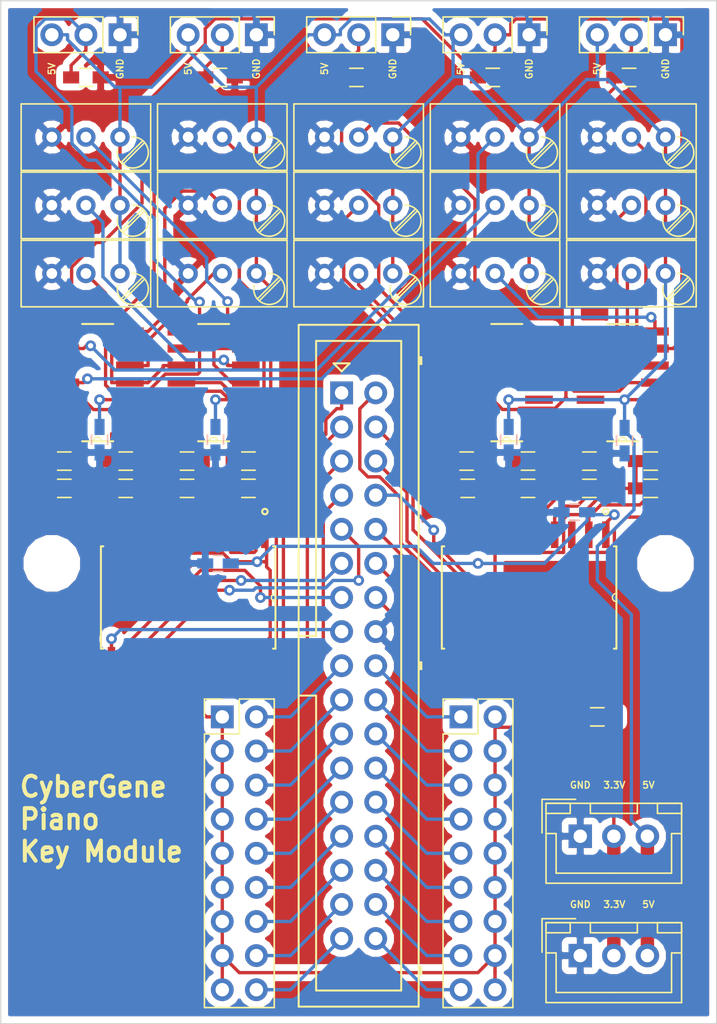
<source format=kicad_pcb>
(kicad_pcb (version 20171130) (host pcbnew "(5.0.2-4-g3082e92af)")
  (layers (0 F.Cu signal) (31 B.Cu signal) (34 B.Paste user) (35 F.Paste user) (36 B.SilkS user) (37 F.SilkS user) (38 B.Mask user) (39 F.Mask user) (44 Edge.Cuts user))
  (net 0 "")
  (net 1 "Net-(CMP1-Pad14)")
  (net 2 "Net-(CMP1-Pad13)")
  (net 3 GND)
  (net 4 "Net-(CMP1-Pad11)")
  (net 5 "Net-(CMP1-Pad10)")
  (net 6 "Net-(CMP1-Pad9)")
  (net 7 "Net-(CMP1-Pad4)")
  (net 8 "Net-(CMP1-Pad7)")
  (net 9 "Net-(CMP1-Pad5)")
  (net 10 +5V)
  (net 11 "Net-(CMP1-Pad2)")
  (net 12 "Net-(CMP1-Pad1)")
  (net 13 "Net-(CMP2-Pad1)")
  (net 14 "Net-(CMP2-Pad2)")
  (net 15 "Net-(CMP2-Pad5)")
  (net 16 "Net-(CMP2-Pad7)")
  (net 17 "Net-(CMP2-Pad10)")
  (net 18 "Net-(CMP2-Pad9)")
  (net 19 "Net-(CMP2-Pad11)")
  (net 20 "Net-(CMP2-Pad13)")
  (net 21 "Net-(CMP2-Pad14)")
  (net 22 "Net-(CMP3-Pad14)")
  (net 23 "Net-(CMP3-Pad13)")
  (net 24 "Net-(CMP3-Pad11)")
  (net 25 "Net-(CMP3-Pad10)")
  (net 26 "Net-(CMP3-Pad9)")
  (net 27 "Net-(CMP3-Pad7)")
  (net 28 "Net-(CMP3-Pad5)")
  (net 29 "Net-(CMP3-Pad2)")
  (net 30 "Net-(CMP3-Pad1)")
  (net 31 "Net-(CMP4-Pad1)")
  (net 32 "Net-(CMP4-Pad2)")
  (net 33 "Net-(CMP4-Pad5)")
  (net 34 "Net-(CMP4-Pad7)")
  (net 35 "Net-(CMP4-Pad13)")
  (net 36 "Net-(CMP4-Pad14)")
  (net 37 "Net-(COMM1-Pad34)")
  (net 38 "Net-(COMM1-Pad33)")
  (net 39 "Net-(COMM1-Pad32)")
  (net 40 "Net-(COMM1-Pad31)")
  (net 41 "Net-(COMM1-Pad30)")
  (net 42 "Net-(COMM1-Pad29)")
  (net 43 "Net-(COMM1-Pad28)")
  (net 44 "Net-(COMM1-Pad27)")
  (net 45 "Net-(COMM1-Pad26)")
  (net 46 "Net-(COMM1-Pad25)")
  (net 47 "Net-(COMM1-Pad24)")
  (net 48 "Net-(COMM1-Pad23)")
  (net 49 "Net-(COMM1-Pad22)")
  (net 50 "Net-(COMM1-Pad21)")
  (net 51 "Net-(COMM1-Pad20)")
  (net 52 "Net-(COMM1-Pad19)")
  (net 53 "Net-(COMM1-Pad18)")
  (net 54 "Net-(COMM1-Pad17)")
  (net 55 "Net-(COMM1-Pad15)")
  (net 56 "Net-(COMM1-Pad14)")
  (net 57 "Net-(COMM1-Pad13)")
  (net 58 "Net-(COMM1-Pad12)")
  (net 59 "Net-(COMM1-Pad11)")
  (net 60 "Net-(COMM1-Pad10)")
  (net 61 "Net-(COMM1-Pad9)")
  (net 62 "Net-(COMM1-Pad8)")
  (net 63 "Net-(COMM1-Pad7)")
  (net 64 "Net-(COMM1-Pad6)")
  (net 65 "Net-(COMM1-Pad5)")
  (net 66 "Net-(COMM1-Pad4)")
  (net 67 "Net-(COMM1-Pad3)")
  (net 68 "Net-(COMM1-Pad2)")
  (net 69 "Net-(COMM1-Pad1)")
  (net 70 +3V3)
  (net 71 "Net-(R1-Pad2)")
  (net 72 "Net-(TX2-Pad11)")
  (net 73 "Net-(CMP4-Pad10)")
  (net 74 "Net-(CMP4-Pad11)")
  (module SOIC127P600X175-14N (layer F.Cu) (at 113.792 66.548 180)
    (fp_text reference CMP1 hide)
    (fp_text value LM339ADR hide)
    (pad 14 smd rect (at 0 -7.62 180) (size 2.0574 0.6096) (layers F.Cu F.Paste F.Mask) (net 1 "Net-(CMP1-Pad14)"))
    (pad 13 smd rect (at 0 -6.35 180) (size 2.0574 0.6096) (layers F.Cu F.Paste F.Mask) (net 2 "Net-(CMP1-Pad13)"))
    (pad 12 smd rect (at 0 -5.08 180) (size 2.0574 0.6096) (layers F.Cu F.Paste F.Mask) (net 3 GND))
    (pad 11 smd rect (at 0 -3.81 180) (size 2.0574 0.6096) (layers F.Cu F.Paste F.Mask) (net 4 "Net-(CMP1-Pad11)"))
    (pad 10 smd rect (at 0 -2.54 180) (size 2.0574 0.6096) (layers F.Cu F.Paste F.Mask) (net 5 "Net-(CMP1-Pad10)"))
    (pad 9 smd rect (at 0 -1.27 180) (size 2.0574 0.6096) (layers F.Cu F.Paste F.Mask) (net 6 "Net-(CMP1-Pad9)"))
    (pad 8 smd rect (at 0 0 180) (size 2.0574 0.6096) (layers F.Cu F.Paste F.Mask) (net 7 "Net-(CMP1-Pad4)"))
    (pad 7 smd rect (at -4.8006 0 180) (size 2.0574 0.6096) (layers F.Cu F.Paste F.Mask) (net 8 "Net-(CMP1-Pad7)"))
    (pad 6 smd rect (at -4.8006 -1.27 180) (size 2.0574 0.6096) (layers F.Cu F.Paste F.Mask) (net 7 "Net-(CMP1-Pad4)"))
    (pad 5 smd rect (at -4.8006 -2.54 180) (size 2.0574 0.6096) (layers F.Cu F.Paste F.Mask) (net 9 "Net-(CMP1-Pad5)"))
    (pad 4 smd rect (at -4.8006 -3.81 180) (size 2.0574 0.6096) (layers F.Cu F.Paste F.Mask) (net 7 "Net-(CMP1-Pad4)"))
    (pad 3 smd rect (at -4.8006 -5.08 180) (size 2.0574 0.6096) (layers F.Cu F.Paste F.Mask) (net 10 +5V))
    (pad 2 smd rect (at -4.8006 -6.35 180) (size 2.0574 0.6096) (layers F.Cu F.Paste F.Mask) (net 11 "Net-(CMP1-Pad2)"))
    (pad 1 smd rect (at -4.8006 -7.62 180) (size 2.0574 0.6096) (layers F.Cu F.Paste F.Mask) (net 12 "Net-(CMP1-Pad1)"))
  )
  (module SOIC127P600X175-14N (layer F.Cu) (at 105.156 66.548 180)
    (fp_text reference CMP2 hide)
    (fp_text value LM339ADR hide)
    (pad 1 smd rect (at -4.8006 -7.62 180) (size 2.0574 0.6096) (layers F.Cu F.Paste F.Mask) (net 13 "Net-(CMP2-Pad1)"))
    (pad 2 smd rect (at -4.8006 -6.35 180) (size 2.0574 0.6096) (layers F.Cu F.Paste F.Mask) (net 14 "Net-(CMP2-Pad2)"))
    (pad 3 smd rect (at -4.8006 -5.08 180) (size 2.0574 0.6096) (layers F.Cu F.Paste F.Mask) (net 10 +5V))
    (pad 4 smd rect (at -4.8006 -3.81 180) (size 2.0574 0.6096) (layers F.Cu F.Paste F.Mask) (net 5 "Net-(CMP1-Pad10)"))
    (pad 5 smd rect (at -4.8006 -2.54 180) (size 2.0574 0.6096) (layers F.Cu F.Paste F.Mask) (net 15 "Net-(CMP2-Pad5)"))
    (pad 6 smd rect (at -4.8006 -1.27 180) (size 2.0574 0.6096) (layers F.Cu F.Paste F.Mask) (net 5 "Net-(CMP1-Pad10)"))
    (pad 7 smd rect (at -4.8006 0 180) (size 2.0574 0.6096) (layers F.Cu F.Paste F.Mask) (net 16 "Net-(CMP2-Pad7)"))
    (pad 8 smd rect (at 0 0 180) (size 2.0574 0.6096) (layers F.Cu F.Paste F.Mask) (net 17 "Net-(CMP2-Pad10)"))
    (pad 9 smd rect (at 0 -1.27 180) (size 2.0574 0.6096) (layers F.Cu F.Paste F.Mask) (net 18 "Net-(CMP2-Pad9)"))
    (pad 10 smd rect (at 0 -2.54 180) (size 2.0574 0.6096) (layers F.Cu F.Paste F.Mask) (net 17 "Net-(CMP2-Pad10)"))
    (pad 11 smd rect (at 0 -3.81 180) (size 2.0574 0.6096) (layers F.Cu F.Paste F.Mask) (net 19 "Net-(CMP2-Pad11)"))
    (pad 12 smd rect (at 0 -5.08 180) (size 2.0574 0.6096) (layers F.Cu F.Paste F.Mask) (net 3 GND))
    (pad 13 smd rect (at 0 -6.35 180) (size 2.0574 0.6096) (layers F.Cu F.Paste F.Mask) (net 20 "Net-(CMP2-Pad13)"))
    (pad 14 smd rect (at 0 -7.62 180) (size 2.0574 0.6096) (layers F.Cu F.Paste F.Mask) (net 21 "Net-(CMP2-Pad14)"))
  )
  (module SOIC127P600X175-14N (layer F.Cu) (at 144.272 66.548 180)
    (fp_text reference CMP3 hide)
    (fp_text value LM339ADR hide)
    (pad 14 smd rect (at 0 -7.62 180) (size 2.0574 0.6096) (layers F.Cu F.Paste F.Mask) (net 22 "Net-(CMP3-Pad14)"))
    (pad 13 smd rect (at 0 -6.35 180) (size 2.0574 0.6096) (layers F.Cu F.Paste F.Mask) (net 23 "Net-(CMP3-Pad13)"))
    (pad 12 smd rect (at 0 -5.08 180) (size 2.0574 0.6096) (layers F.Cu F.Paste F.Mask) (net 3 GND))
    (pad 11 smd rect (at 0 -3.81 180) (size 2.0574 0.6096) (layers F.Cu F.Paste F.Mask) (net 24 "Net-(CMP3-Pad11)"))
    (pad 10 smd rect (at 0 -2.54 180) (size 2.0574 0.6096) (layers F.Cu F.Paste F.Mask) (net 25 "Net-(CMP3-Pad10)"))
    (pad 9 smd rect (at 0 -1.27 180) (size 2.0574 0.6096) (layers F.Cu F.Paste F.Mask) (net 26 "Net-(CMP3-Pad9)"))
    (pad 8 smd rect (at 0 0 180) (size 2.0574 0.6096) (layers F.Cu F.Paste F.Mask) (net 25 "Net-(CMP3-Pad10)"))
    (pad 7 smd rect (at -4.8006 0 180) (size 2.0574 0.6096) (layers F.Cu F.Paste F.Mask) (net 27 "Net-(CMP3-Pad7)"))
    (pad 6 smd rect (at -4.8006 -1.27 180) (size 2.0574 0.6096) (layers F.Cu F.Paste F.Mask) (net 17 "Net-(CMP2-Pad10)"))
    (pad 5 smd rect (at -4.8006 -2.54 180) (size 2.0574 0.6096) (layers F.Cu F.Paste F.Mask) (net 28 "Net-(CMP3-Pad5)"))
    (pad 4 smd rect (at -4.8006 -3.81 180) (size 2.0574 0.6096) (layers F.Cu F.Paste F.Mask) (net 25 "Net-(CMP3-Pad10)"))
    (pad 3 smd rect (at -4.8006 -5.08 180) (size 2.0574 0.6096) (layers F.Cu F.Paste F.Mask) (net 10 +5V))
    (pad 2 smd rect (at -4.8006 -6.35 180) (size 2.0574 0.6096) (layers F.Cu F.Paste F.Mask) (net 29 "Net-(CMP3-Pad2)"))
    (pad 1 smd rect (at -4.8006 -7.62 180) (size 2.0574 0.6096) (layers F.Cu F.Paste F.Mask) (net 30 "Net-(CMP3-Pad1)"))
  )
  (module SOIC127P600X175-14N (layer F.Cu) (at 135.636 66.548 180)
    (fp_text reference CMP4 hide)
    (fp_text value LM339ADR hide)
    (pad 1 smd rect (at -4.8006 -7.62 180) (size 2.0574 0.6096) (layers F.Cu F.Paste F.Mask) (net 31 "Net-(CMP4-Pad1)"))
    (pad 2 smd rect (at -4.8006 -6.35 180) (size 2.0574 0.6096) (layers F.Cu F.Paste F.Mask) (net 32 "Net-(CMP4-Pad2)"))
    (pad 3 smd rect (at -4.8006 -5.08 180) (size 2.0574 0.6096) (layers F.Cu F.Paste F.Mask) (net 10 +5V))
    (pad 4 smd rect (at -4.8006 -3.81 180) (size 2.0574 0.6096) (layers F.Cu F.Paste F.Mask) (net 73 "Net-(CMP4-Pad10)"))
    (pad 5 smd rect (at -4.8006 -2.54 180) (size 2.0574 0.6096) (layers F.Cu F.Paste F.Mask) (net 33 "Net-(CMP4-Pad5)"))
    (pad 6 smd rect (at -4.8006 -1.27 180) (size 2.0574 0.6096) (layers F.Cu F.Paste F.Mask) (net 73 "Net-(CMP4-Pad10)"))
    (pad 7 smd rect (at -4.8006 0 180) (size 2.0574 0.6096) (layers F.Cu F.Paste F.Mask) (net 34 "Net-(CMP4-Pad7)"))
    (pad 8 smd rect (at 0 0 180) (size 2.0574 0.6096) (layers F.Cu F.Paste F.Mask) (net 3 GND))
    (pad 9 smd rect (at 0 -1.27 180) (size 2.0574 0.6096) (layers F.Cu F.Paste F.Mask) (net 3 GND))
    (pad 10 smd rect (at 0 -2.54 180) (size 2.0574 0.6096) (layers F.Cu F.Paste F.Mask) (net 73 "Net-(CMP4-Pad10)"))
    (pad 11 smd rect (at 0 -3.81 180) (size 2.0574 0.6096) (layers F.Cu F.Paste F.Mask) (net 74 "Net-(CMP4-Pad11)"))
    (pad 12 smd rect (at 0 -5.08 180) (size 2.0574 0.6096) (layers F.Cu F.Paste F.Mask) (net 3 GND))
    (pad 13 smd rect (at 0 -6.35 180) (size 2.0574 0.6096) (layers F.Cu F.Paste F.Mask) (net 35 "Net-(CMP4-Pad13)"))
    (pad 14 smd rect (at 0 -7.62 180) (size 2.0574 0.6096) (layers F.Cu F.Paste F.Mask) (net 36 "Net-(CMP4-Pad14)"))
  )
  (module Connectors_Multicomp:Multicomp_MC9A12-3434_2x17x2.54mm_Straight (layer F.Cu) (at 125.73 71.12 270)
    (fp_text reference COMM1 hide)
    (fp_text value Conn_02x17_Odd_Even hide)
    (pad 34 thru_hole circle (at 40.64 -2.54 270) (size 1.7 1.7) (drill 1) (layers *.Cu *.Mask) (net 37 "Net-(COMM1-Pad34)"))
    (pad 33 thru_hole circle (at 40.64 0 270) (size 1.7 1.7) (drill 1) (layers *.Cu *.Mask) (net 38 "Net-(COMM1-Pad33)"))
    (pad 32 thru_hole circle (at 38.1 -2.54 270) (size 1.7 1.7) (drill 1) (layers *.Cu *.Mask) (net 39 "Net-(COMM1-Pad32)"))
    (pad 31 thru_hole circle (at 38.1 0 270) (size 1.7 1.7) (drill 1) (layers *.Cu *.Mask) (net 40 "Net-(COMM1-Pad31)"))
    (pad 30 thru_hole circle (at 35.56 -2.54 270) (size 1.7 1.7) (drill 1) (layers *.Cu *.Mask) (net 41 "Net-(COMM1-Pad30)"))
    (pad 29 thru_hole circle (at 35.56 0 270) (size 1.7 1.7) (drill 1) (layers *.Cu *.Mask) (net 42 "Net-(COMM1-Pad29)"))
    (pad 28 thru_hole circle (at 33.02 -2.54 270) (size 1.7 1.7) (drill 1) (layers *.Cu *.Mask) (net 43 "Net-(COMM1-Pad28)"))
    (pad 27 thru_hole circle (at 33.02 0 270) (size 1.7 1.7) (drill 1) (layers *.Cu *.Mask) (net 44 "Net-(COMM1-Pad27)"))
    (pad 26 thru_hole circle (at 30.48 -2.54 270) (size 1.7 1.7) (drill 1) (layers *.Cu *.Mask) (net 45 "Net-(COMM1-Pad26)"))
    (pad 25 thru_hole circle (at 30.48 0 270) (size 1.7 1.7) (drill 1) (layers *.Cu *.Mask) (net 46 "Net-(COMM1-Pad25)"))
    (pad 24 thru_hole circle (at 27.94 -2.54 270) (size 1.7 1.7) (drill 1) (layers *.Cu *.Mask) (net 47 "Net-(COMM1-Pad24)"))
    (pad 23 thru_hole circle (at 27.94 0 270) (size 1.7 1.7) (drill 1) (layers *.Cu *.Mask) (net 48 "Net-(COMM1-Pad23)"))
    (pad 22 thru_hole circle (at 25.4 -2.54 270) (size 1.7 1.7) (drill 1) (layers *.Cu *.Mask) (net 49 "Net-(COMM1-Pad22)"))
    (pad 21 thru_hole circle (at 25.4 0 270) (size 1.7 1.7) (drill 1) (layers *.Cu *.Mask) (net 50 "Net-(COMM1-Pad21)"))
    (pad 20 thru_hole circle (at 22.86 -2.54 270) (size 1.7 1.7) (drill 1) (layers *.Cu *.Mask) (net 51 "Net-(COMM1-Pad20)"))
    (pad 19 thru_hole circle (at 22.86 0 270) (size 1.7 1.7) (drill 1) (layers *.Cu *.Mask) (net 52 "Net-(COMM1-Pad19)"))
    (pad 18 thru_hole circle (at 20.32 -2.54 270) (size 1.7 1.7) (drill 1) (layers *.Cu *.Mask) (net 53 "Net-(COMM1-Pad18)"))
    (pad 17 thru_hole circle (at 20.32 0 270) (size 1.7 1.7) (drill 1) (layers *.Cu *.Mask) (net 54 "Net-(COMM1-Pad17)"))
    (pad 16 thru_hole circle (at 17.78 -2.54 270) (size 1.7 1.7) (drill 1) (layers *.Cu *.Mask) (net 3 GND))
    (pad 15 thru_hole circle (at 17.78 0 270) (size 1.7 1.7) (drill 1) (layers *.Cu *.Mask) (net 55 "Net-(COMM1-Pad15)"))
    (pad 14 thru_hole circle (at 15.24 -2.54 270) (size 1.7 1.7) (drill 1) (layers *.Cu *.Mask) (net 56 "Net-(COMM1-Pad14)"))
    (pad 13 thru_hole circle (at 15.24 0 270) (size 1.7 1.7) (drill 1) (layers *.Cu *.Mask) (net 57 "Net-(COMM1-Pad13)"))
    (pad 12 thru_hole circle (at 12.7 -2.54 270) (size 1.7 1.7) (drill 1) (layers *.Cu *.Mask) (net 58 "Net-(COMM1-Pad12)"))
    (pad 11 thru_hole circle (at 12.7 0 270) (size 1.7 1.7) (drill 1) (layers *.Cu *.Mask) (net 59 "Net-(COMM1-Pad11)"))
    (pad 10 thru_hole circle (at 10.16 -2.54 270) (size 1.7 1.7) (drill 1) (layers *.Cu *.Mask) (net 60 "Net-(COMM1-Pad10)"))
    (pad 9 thru_hole circle (at 10.16 0 270) (size 1.7 1.7) (drill 1) (layers *.Cu *.Mask) (net 61 "Net-(COMM1-Pad9)"))
    (pad 8 thru_hole circle (at 7.62 -2.54 270) (size 1.7 1.7) (drill 1) (layers *.Cu *.Mask) (net 62 "Net-(COMM1-Pad8)"))
    (pad 7 thru_hole circle (at 7.62 0 270) (size 1.7 1.7) (drill 1) (layers *.Cu *.Mask) (net 63 "Net-(COMM1-Pad7)"))
    (pad 6 thru_hole circle (at 5.08 -2.54 270) (size 1.7 1.7) (drill 1) (layers *.Cu *.Mask) (net 64 "Net-(COMM1-Pad6)"))
    (pad 5 thru_hole circle (at 5.08 0 270) (size 1.7 1.7) (drill 1) (layers *.Cu *.Mask) (net 65 "Net-(COMM1-Pad5)"))
    (pad 4 thru_hole circle (at 2.54 -2.54 270) (size 1.7 1.7) (drill 1) (layers *.Cu *.Mask) (net 66 "Net-(COMM1-Pad4)"))
    (pad 3 thru_hole circle (at 2.54 0 270) (size 1.7 1.7) (drill 1) (layers *.Cu *.Mask) (net 67 "Net-(COMM1-Pad3)"))
    (pad 2 thru_hole circle (at 0 -2.54 270) (size 1.7 1.7) (drill 1) (layers *.Cu *.Mask) (net 68 "Net-(COMM1-Pad2)"))
    (pad 1 thru_hole rect (at 0 0 270) (size 1.7 1.7) (drill 1) (layers *.Cu *.Mask) (net 69 "Net-(COMM1-Pad1)"))
  )
  (module Pin_Headers:Pin_Header_Straight_1x03_Pitch2.54mm (layer F.Cu) (at 109.22 44.45 270)
    (fp_text reference J1 hide)
    (fp_text value Conn_01x03 hide)
    (pad 3 thru_hole oval (at 0 5.08 270) (size 1.7 1.7) (drill 1) (layers *.Cu *.Mask) (net 10 +5V))
    (pad 2 thru_hole oval (at 0 2.54 270) (size 1.7 1.7) (drill 1) (layers *.Cu *.Mask) (net 7 "Net-(CMP1-Pad4)"))
    (pad 1 thru_hole rect (at 0 0 270) (size 1.7 1.7) (drill 1) (layers *.Cu *.Mask) (net 3 GND))
  )
  (module Pin_Headers:Pin_Header_Straight_1x03_Pitch2.54mm (layer F.Cu) (at 119.38 44.45 270)
    (fp_text reference J2 hide)
    (fp_text value Conn_01x03 hide)
    (pad 1 thru_hole rect (at 0 0 270) (size 1.7 1.7) (drill 1) (layers *.Cu *.Mask) (net 3 GND))
    (pad 2 thru_hole oval (at 0 2.54 270) (size 1.7 1.7) (drill 1) (layers *.Cu *.Mask) (net 5 "Net-(CMP1-Pad10)"))
    (pad 3 thru_hole oval (at 0 5.08 270) (size 1.7 1.7) (drill 1) (layers *.Cu *.Mask) (net 10 +5V))
  )
  (module Pin_Headers:Pin_Header_Straight_1x03_Pitch2.54mm (layer F.Cu) (at 139.7 44.45 270)
    (fp_text reference J3 hide)
    (fp_text value Conn_01x03 hide)
    (pad 3 thru_hole oval (at 0 5.08 270) (size 1.7 1.7) (drill 1) (layers *.Cu *.Mask) (net 10 +5V))
    (pad 2 thru_hole oval (at 0 2.54 270) (size 1.7 1.7) (drill 1) (layers *.Cu *.Mask) (net 17 "Net-(CMP2-Pad10)"))
    (pad 1 thru_hole rect (at 0 0 270) (size 1.7 1.7) (drill 1) (layers *.Cu *.Mask) (net 3 GND))
  )
  (module Pin_Headers:Pin_Header_Straight_1x03_Pitch2.54mm (layer F.Cu) (at 149.86 44.45 270)
    (fp_text reference J4 hide)
    (fp_text value Conn_01x03 hide)
    (pad 1 thru_hole rect (at 0 0 270) (size 1.7 1.7) (drill 1) (layers *.Cu *.Mask) (net 3 GND))
    (pad 2 thru_hole oval (at 0 2.54 270) (size 1.7 1.7) (drill 1) (layers *.Cu *.Mask) (net 25 "Net-(CMP3-Pad10)"))
    (pad 3 thru_hole oval (at 0 5.08 270) (size 1.7 1.7) (drill 1) (layers *.Cu *.Mask) (net 10 +5V))
  )
  (module Pin_Headers:Pin_Header_Straight_1x03_Pitch2.54mm (layer F.Cu) (at 129.54 44.45 270)
    (fp_text reference J5 hide)
    (fp_text value Conn_01x03 hide)
    (pad 3 thru_hole oval (at 0 5.08 270) (size 1.7 1.7) (drill 1) (layers *.Cu *.Mask) (net 10 +5V))
    (pad 2 thru_hole oval (at 0 2.54 270) (size 1.7 1.7) (drill 1) (layers *.Cu *.Mask) (net 73 "Net-(CMP4-Pad10)"))
    (pad 1 thru_hole rect (at 0 0 270) (size 1.7 1.7) (drill 1) (layers *.Cu *.Mask) (net 3 GND))
  )
  (module Resistors_SMD:R_0603_HandSoldering (layer F.Cu) (at 144.78 95.25 180)
    (fp_text reference R1 hide)
    (fp_text value R hide)
    (pad 2 smd rect (at 1.1 0 180) (size 1.2 0.9) (layers F.Cu F.Paste F.Mask) (net 71 "Net-(R1-Pad2)"))
    (pad 1 smd rect (at -1.1 0 180) (size 1.2 0.9) (layers F.Cu F.Paste F.Mask) (net 70 +3V3))
  )
  (module Resistors_SMD:R_0603_HandSoldering (layer F.Cu) (at 118.788 76.2)
    (fp_text reference R11 hide)
    (fp_text value R hide)
    (pad 2 smd rect (at 1.1 0) (size 1.2 0.9) (layers F.Cu F.Paste F.Mask) (net 12 "Net-(CMP1-Pad1)"))
    (pad 1 smd rect (at -1.1 0) (size 1.2 0.9) (layers F.Cu F.Paste F.Mask) (net 70 +3V3))
  )
  (module Resistors_SMD:R_0603_HandSoldering (layer F.Cu) (at 118.788 78.232)
    (fp_text reference R12 hide)
    (fp_text value R hide)
    (pad 1 smd rect (at -1.1 0) (size 1.2 0.9) (layers F.Cu F.Paste F.Mask) (net 70 +3V3))
    (pad 2 smd rect (at 1.1 0) (size 1.2 0.9) (layers F.Cu F.Paste F.Mask) (net 11 "Net-(CMP1-Pad2)"))
  )
  (module Resistors_SMD:R_0603_HandSoldering (layer F.Cu) (at 114.216 76.2 180)
    (fp_text reference R13 hide)
    (fp_text value R hide)
    (pad 2 smd rect (at 1.1 0 180) (size 1.2 0.9) (layers F.Cu F.Paste F.Mask) (net 1 "Net-(CMP1-Pad14)"))
    (pad 1 smd rect (at -1.1 0 180) (size 1.2 0.9) (layers F.Cu F.Paste F.Mask) (net 70 +3V3))
  )
  (module Resistors_SMD:R_0603_HandSoldering (layer F.Cu) (at 114.216 78.232 180)
    (fp_text reference R14 hide)
    (fp_text value R hide)
    (pad 1 smd rect (at -1.1 0 180) (size 1.2 0.9) (layers F.Cu F.Paste F.Mask) (net 70 +3V3))
    (pad 2 smd rect (at 1.1 0 180) (size 1.2 0.9) (layers F.Cu F.Paste F.Mask) (net 2 "Net-(CMP1-Pad13)"))
  )
  (module Resistors_SMD:R_0603_HandSoldering (layer F.Cu) (at 106.68 47.625)
    (fp_text reference R18 hide)
    (fp_text value 4.7k hide)
    (pad 2 smd rect (at 1.1 0) (size 1.2 0.9) (layers F.Cu F.Paste F.Mask) (net 3 GND))
    (pad 1 smd rect (at -1.1 0) (size 1.2 0.9) (layers F.Cu F.Paste F.Mask) (net 7 "Net-(CMP1-Pad4)"))
  )
  (module Resistors_SMD:R_0603_HandSoldering (layer F.Cu) (at 109.644 76.2 180)
    (fp_text reference R21 hide)
    (fp_text value R hide)
    (pad 1 smd rect (at -1.1 0 180) (size 1.2 0.9) (layers F.Cu F.Paste F.Mask) (net 14 "Net-(CMP2-Pad2)"))
    (pad 2 smd rect (at 1.1 0 180) (size 1.2 0.9) (layers F.Cu F.Paste F.Mask) (net 70 +3V3))
  )
  (module Resistors_SMD:R_0603_HandSoldering (layer F.Cu) (at 109.644 78.232 180)
    (fp_text reference R22 hide)
    (fp_text value R hide)
    (pad 2 smd rect (at 1.1 0 180) (size 1.2 0.9) (layers F.Cu F.Paste F.Mask) (net 70 +3V3))
    (pad 1 smd rect (at -1.1 0 180) (size 1.2 0.9) (layers F.Cu F.Paste F.Mask) (net 13 "Net-(CMP2-Pad1)"))
  )
  (module Resistors_SMD:R_0603_HandSoldering (layer F.Cu) (at 105.072 76.2)
    (fp_text reference R23 hide)
    (fp_text value R hide)
    (pad 1 smd rect (at -1.1 0) (size 1.2 0.9) (layers F.Cu F.Paste F.Mask) (net 20 "Net-(CMP2-Pad13)"))
    (pad 2 smd rect (at 1.1 0) (size 1.2 0.9) (layers F.Cu F.Paste F.Mask) (net 70 +3V3))
  )
  (module Resistors_SMD:R_0603_HandSoldering (layer F.Cu) (at 105.072 78.232)
    (fp_text reference R24 hide)
    (fp_text value R hide)
    (pad 2 smd rect (at 1.1 0) (size 1.2 0.9) (layers F.Cu F.Paste F.Mask) (net 70 +3V3))
    (pad 1 smd rect (at -1.1 0) (size 1.2 0.9) (layers F.Cu F.Paste F.Mask) (net 21 "Net-(CMP2-Pad14)"))
  )
  (module Resistors_SMD:R_0603_HandSoldering (layer F.Cu) (at 116.67 47.625)
    (fp_text reference R28 hide)
    (fp_text value 4.7k hide)
    (pad 1 smd rect (at -1.1 0) (size 1.2 0.9) (layers F.Cu F.Paste F.Mask) (net 5 "Net-(CMP1-Pad10)"))
    (pad 2 smd rect (at 1.1 0) (size 1.2 0.9) (layers F.Cu F.Paste F.Mask) (net 3 GND))
  )
  (module Resistors_SMD:R_0603_HandSoldering (layer F.Cu) (at 148.76 76.2)
    (fp_text reference R31 hide)
    (fp_text value R hide)
    (pad 1 smd rect (at -1.1 0) (size 1.2 0.9) (layers F.Cu F.Paste F.Mask) (net 70 +3V3))
    (pad 2 smd rect (at 1.1 0) (size 1.2 0.9) (layers F.Cu F.Paste F.Mask) (net 30 "Net-(CMP3-Pad1)"))
  )
  (module Resistors_SMD:R_0603_HandSoldering (layer F.Cu) (at 148.76 78.232)
    (fp_text reference R32 hide)
    (fp_text value R hide)
    (pad 1 smd rect (at -1.1 0) (size 1.2 0.9) (layers F.Cu F.Paste F.Mask) (net 70 +3V3))
    (pad 2 smd rect (at 1.1 0) (size 1.2 0.9) (layers F.Cu F.Paste F.Mask) (net 29 "Net-(CMP3-Pad2)"))
  )
  (module Resistors_SMD:R_0603_HandSoldering (layer F.Cu) (at 144.188 76.2 180)
    (fp_text reference R33 hide)
    (fp_text value R hide)
    (pad 1 smd rect (at -1.1 0 180) (size 1.2 0.9) (layers F.Cu F.Paste F.Mask) (net 70 +3V3))
    (pad 2 smd rect (at 1.1 0 180) (size 1.2 0.9) (layers F.Cu F.Paste F.Mask) (net 22 "Net-(CMP3-Pad14)"))
  )
  (module Resistors_SMD:R_0603_HandSoldering (layer F.Cu) (at 144.188 78.232 180)
    (fp_text reference R34 hide)
    (fp_text value R hide)
    (pad 2 smd rect (at 1.1 0 180) (size 1.2 0.9) (layers F.Cu F.Paste F.Mask) (net 23 "Net-(CMP3-Pad13)"))
    (pad 1 smd rect (at -1.1 0 180) (size 1.2 0.9) (layers F.Cu F.Paste F.Mask) (net 70 +3V3))
  )
  (module Resistors_SMD:R_0603_HandSoldering (layer F.Cu) (at 136.99 47.625)
    (fp_text reference R38 hide)
    (fp_text value 4.7k hide)
    (pad 2 smd rect (at 1.1 0) (size 1.2 0.9) (layers F.Cu F.Paste F.Mask) (net 3 GND))
    (pad 1 smd rect (at -1.1 0) (size 1.2 0.9) (layers F.Cu F.Paste F.Mask) (net 17 "Net-(CMP2-Pad10)"))
  )
  (module Resistors_SMD:R_0603_HandSoldering (layer F.Cu) (at 139.616 78.232 180)
    (fp_text reference R41 hide)
    (fp_text value R hide)
    (pad 1 smd rect (at -1.1 0 180) (size 1.2 0.9) (layers F.Cu F.Paste F.Mask) (net 32 "Net-(CMP4-Pad2)"))
    (pad 2 smd rect (at 1.1 0 180) (size 1.2 0.9) (layers F.Cu F.Paste F.Mask) (net 70 +3V3))
  )
  (module Resistors_SMD:R_0603_HandSoldering (layer F.Cu) (at 139.616 76.2 180)
    (fp_text reference R42 hide)
    (fp_text value R hide)
    (pad 2 smd rect (at 1.1 0 180) (size 1.2 0.9) (layers F.Cu F.Paste F.Mask) (net 70 +3V3))
    (pad 1 smd rect (at -1.1 0 180) (size 1.2 0.9) (layers F.Cu F.Paste F.Mask) (net 31 "Net-(CMP4-Pad1)"))
  )
  (module Resistors_SMD:R_0603_HandSoldering (layer F.Cu) (at 135.128 78.232)
    (fp_text reference R43 hide)
    (fp_text value R hide)
    (pad 1 smd rect (at -1.1 0) (size 1.2 0.9) (layers F.Cu F.Paste F.Mask) (net 35 "Net-(CMP4-Pad13)"))
    (pad 2 smd rect (at 1.1 0) (size 1.2 0.9) (layers F.Cu F.Paste F.Mask) (net 70 +3V3))
  )
  (module Resistors_SMD:R_0603_HandSoldering (layer F.Cu) (at 135.044 76.2)
    (fp_text reference R44 hide)
    (fp_text value R hide)
    (pad 1 smd rect (at -1.1 0) (size 1.2 0.9) (layers F.Cu F.Paste F.Mask) (net 36 "Net-(CMP4-Pad14)"))
    (pad 2 smd rect (at 1.1 0) (size 1.2 0.9) (layers F.Cu F.Paste F.Mask) (net 70 +3V3))
  )
  (module Resistors_SMD:R_0603_HandSoldering (layer F.Cu) (at 147.15 47.625)
    (fp_text reference R48 hide)
    (fp_text value 4.7k hide)
    (pad 2 smd rect (at 1.1 0) (size 1.2 0.9) (layers F.Cu F.Paste F.Mask) (net 3 GND))
    (pad 1 smd rect (at -1.1 0) (size 1.2 0.9) (layers F.Cu F.Paste F.Mask) (net 25 "Net-(CMP3-Pad10)"))
  )
  (module Resistors_SMD:R_0603_HandSoldering (layer F.Cu) (at 126.83 47.625)
    (fp_text reference R58 hide)
    (fp_text value 4.7k hide)
    (pad 1 smd rect (at -1.1 0) (size 1.2 0.9) (layers F.Cu F.Paste F.Mask) (net 73 "Net-(CMP4-Pad10)"))
    (pad 2 smd rect (at 1.1 0) (size 1.2 0.9) (layers F.Cu F.Paste F.Mask) (net 3 GND))
  )
  (module Potentiometers:Potentiometer_Trimmer_Bourns_3296W (layer F.Cu) (at 109.22 52.07)
    (fp_text reference RV11 hide)
    (fp_text value R_POT_TRIM hide)
    (pad 3 thru_hole circle (at -5.08 0) (size 1.44 1.44) (drill 0.8) (layers *.Cu *.Mask) (net 3 GND))
    (pad 2 thru_hole circle (at -2.54 0) (size 1.44 1.44) (drill 0.8) (layers *.Cu *.Mask) (net 8 "Net-(CMP1-Pad7)"))
    (pad 1 thru_hole circle (at 0 0) (size 1.44 1.44) (drill 0.8) (layers *.Cu *.Mask) (net 10 +5V))
  )
  (module Potentiometers:Potentiometer_Trimmer_Bourns_3296W (layer F.Cu) (at 109.22 57.15)
    (fp_text reference RV12 hide)
    (fp_text value R_POT_TRIM hide)
    (pad 1 thru_hole circle (at 0 0) (size 1.44 1.44) (drill 0.8) (layers *.Cu *.Mask) (net 10 +5V))
    (pad 2 thru_hole circle (at -2.54 0) (size 1.44 1.44) (drill 0.8) (layers *.Cu *.Mask) (net 9 "Net-(CMP1-Pad5)"))
    (pad 3 thru_hole circle (at -5.08 0) (size 1.44 1.44) (drill 0.8) (layers *.Cu *.Mask) (net 3 GND))
  )
  (module Potentiometers:Potentiometer_Trimmer_Bourns_3296W (layer F.Cu) (at 109.22 62.23)
    (fp_text reference RV13 hide)
    (fp_text value R_POT_TRIM hide)
    (pad 3 thru_hole circle (at -5.08 0) (size 1.44 1.44) (drill 0.8) (layers *.Cu *.Mask) (net 3 GND))
    (pad 2 thru_hole circle (at -2.54 0) (size 1.44 1.44) (drill 0.8) (layers *.Cu *.Mask) (net 6 "Net-(CMP1-Pad9)"))
    (pad 1 thru_hole circle (at 0 0) (size 1.44 1.44) (drill 0.8) (layers *.Cu *.Mask) (net 10 +5V))
  )
  (module Potentiometers:Potentiometer_Trimmer_Bourns_3296W (layer F.Cu) (at 119.38 52.07)
    (fp_text reference RV21 hide)
    (fp_text value R_POT_TRIM hide)
    (pad 1 thru_hole circle (at 0 0) (size 1.44 1.44) (drill 0.8) (layers *.Cu *.Mask) (net 10 +5V))
    (pad 2 thru_hole circle (at -2.54 0) (size 1.44 1.44) (drill 0.8) (layers *.Cu *.Mask) (net 4 "Net-(CMP1-Pad11)"))
    (pad 3 thru_hole circle (at -5.08 0) (size 1.44 1.44) (drill 0.8) (layers *.Cu *.Mask) (net 3 GND))
  )
  (module Potentiometers:Potentiometer_Trimmer_Bourns_3296W (layer F.Cu) (at 119.38 57.15)
    (fp_text reference RV22 hide)
    (fp_text value R_POT_TRIM hide)
    (pad 3 thru_hole circle (at -5.08 0) (size 1.44 1.44) (drill 0.8) (layers *.Cu *.Mask) (net 3 GND))
    (pad 2 thru_hole circle (at -2.54 0) (size 1.44 1.44) (drill 0.8) (layers *.Cu *.Mask) (net 16 "Net-(CMP2-Pad7)"))
    (pad 1 thru_hole circle (at 0 0) (size 1.44 1.44) (drill 0.8) (layers *.Cu *.Mask) (net 10 +5V))
  )
  (module Potentiometers:Potentiometer_Trimmer_Bourns_3296W (layer F.Cu) (at 119.38 62.23)
    (fp_text reference RV23 hide)
    (fp_text value R_POT_TRIM hide)
    (pad 1 thru_hole circle (at 0 0) (size 1.44 1.44) (drill 0.8) (layers *.Cu *.Mask) (net 10 +5V))
    (pad 2 thru_hole circle (at -2.54 0) (size 1.44 1.44) (drill 0.8) (layers *.Cu *.Mask) (net 15 "Net-(CMP2-Pad5)"))
    (pad 3 thru_hole circle (at -5.08 0) (size 1.44 1.44) (drill 0.8) (layers *.Cu *.Mask) (net 3 GND))
  )
  (module Potentiometers:Potentiometer_Trimmer_Bourns_3296W (layer F.Cu) (at 139.7 52.07)
    (fp_text reference RV31 hide)
    (fp_text value R_POT_TRIM hide)
    (pad 3 thru_hole circle (at -5.08 0) (size 1.44 1.44) (drill 0.8) (layers *.Cu *.Mask) (net 3 GND))
    (pad 2 thru_hole circle (at -2.54 0) (size 1.44 1.44) (drill 0.8) (layers *.Cu *.Mask) (net 18 "Net-(CMP2-Pad9)"))
    (pad 1 thru_hole circle (at 0 0) (size 1.44 1.44) (drill 0.8) (layers *.Cu *.Mask) (net 10 +5V))
  )
  (module Potentiometers:Potentiometer_Trimmer_Bourns_3296W (layer F.Cu) (at 139.7 57.15)
    (fp_text reference RV32 hide)
    (fp_text value R_POT_TRIM hide)
    (pad 1 thru_hole circle (at 0 0) (size 1.44 1.44) (drill 0.8) (layers *.Cu *.Mask) (net 10 +5V))
    (pad 2 thru_hole circle (at -2.54 0) (size 1.44 1.44) (drill 0.8) (layers *.Cu *.Mask) (net 19 "Net-(CMP2-Pad11)"))
    (pad 3 thru_hole circle (at -5.08 0) (size 1.44 1.44) (drill 0.8) (layers *.Cu *.Mask) (net 3 GND))
  )
  (module Potentiometers:Potentiometer_Trimmer_Bourns_3296W (layer F.Cu) (at 139.7 62.23)
    (fp_text reference RV33 hide)
    (fp_text value R_POT_TRIM hide)
    (pad 3 thru_hole circle (at -5.08 0) (size 1.44 1.44) (drill 0.8) (layers *.Cu *.Mask) (net 3 GND))
    (pad 2 thru_hole circle (at -2.54 0) (size 1.44 1.44) (drill 0.8) (layers *.Cu *.Mask) (net 27 "Net-(CMP3-Pad7)"))
    (pad 1 thru_hole circle (at 0 0) (size 1.44 1.44) (drill 0.8) (layers *.Cu *.Mask) (net 10 +5V))
  )
  (module Potentiometers:Potentiometer_Trimmer_Bourns_3296W (layer F.Cu) (at 149.86 52.07)
    (fp_text reference RV41 hide)
    (fp_text value R_POT_TRIM hide)
    (pad 1 thru_hole circle (at 0 0) (size 1.44 1.44) (drill 0.8) (layers *.Cu *.Mask) (net 10 +5V))
    (pad 2 thru_hole circle (at -2.54 0) (size 1.44 1.44) (drill 0.8) (layers *.Cu *.Mask) (net 28 "Net-(CMP3-Pad5)"))
    (pad 3 thru_hole circle (at -5.08 0) (size 1.44 1.44) (drill 0.8) (layers *.Cu *.Mask) (net 3 GND))
  )
  (module Potentiometers:Potentiometer_Trimmer_Bourns_3296W (layer F.Cu) (at 149.86 57.15)
    (fp_text reference RV42 hide)
    (fp_text value R_POT_TRIM hide)
    (pad 3 thru_hole circle (at -5.08 0) (size 1.44 1.44) (drill 0.8) (layers *.Cu *.Mask) (net 3 GND))
    (pad 2 thru_hole circle (at -2.54 0) (size 1.44 1.44) (drill 0.8) (layers *.Cu *.Mask) (net 26 "Net-(CMP3-Pad9)"))
    (pad 1 thru_hole circle (at 0 0) (size 1.44 1.44) (drill 0.8) (layers *.Cu *.Mask) (net 10 +5V))
  )
  (module Potentiometers:Potentiometer_Trimmer_Bourns_3296W (layer F.Cu) (at 149.86 62.23)
    (fp_text reference RV43 hide)
    (fp_text value R_POT_TRIM hide)
    (pad 1 thru_hole circle (at 0 0) (size 1.44 1.44) (drill 0.8) (layers *.Cu *.Mask) (net 10 +5V))
    (pad 2 thru_hole circle (at -2.54 0) (size 1.44 1.44) (drill 0.8) (layers *.Cu *.Mask) (net 24 "Net-(CMP3-Pad11)"))
    (pad 3 thru_hole circle (at -5.08 0) (size 1.44 1.44) (drill 0.8) (layers *.Cu *.Mask) (net 3 GND))
  )
  (module Potentiometers:Potentiometer_Trimmer_Bourns_3296W (layer F.Cu) (at 129.54 52.07)
    (fp_text reference RV51 hide)
    (fp_text value R_POT_TRIM hide)
    (pad 3 thru_hole circle (at -5.08 0) (size 1.44 1.44) (drill 0.8) (layers *.Cu *.Mask) (net 3 GND))
    (pad 2 thru_hole circle (at -2.54 0) (size 1.44 1.44) (drill 0.8) (layers *.Cu *.Mask) (net 34 "Net-(CMP4-Pad7)"))
    (pad 1 thru_hole circle (at 0 0) (size 1.44 1.44) (drill 0.8) (layers *.Cu *.Mask) (net 10 +5V))
  )
  (module Potentiometers:Potentiometer_Trimmer_Bourns_3296W (layer F.Cu) (at 129.54 57.15)
    (fp_text reference RV52 hide)
    (fp_text value R_POT_TRIM hide)
    (pad 3 thru_hole circle (at -5.08 0) (size 1.44 1.44) (drill 0.8) (layers *.Cu *.Mask) (net 3 GND))
    (pad 2 thru_hole circle (at -2.54 0) (size 1.44 1.44) (drill 0.8) (layers *.Cu *.Mask) (net 33 "Net-(CMP4-Pad5)"))
    (pad 1 thru_hole circle (at 0 0) (size 1.44 1.44) (drill 0.8) (layers *.Cu *.Mask) (net 10 +5V))
  )
  (module Potentiometers:Potentiometer_Trimmer_Bourns_3296W (layer F.Cu) (at 129.54 62.23)
    (fp_text reference RV53 hide)
    (fp_text value R_POT_TRIM hide)
    (pad 1 thru_hole circle (at 0 0) (size 1.44 1.44) (drill 0.8) (layers *.Cu *.Mask) (net 10 +5V))
    (pad 2 thru_hole circle (at -2.54 0) (size 1.44 1.44) (drill 0.8) (layers *.Cu *.Mask) (net 74 "Net-(CMP4-Pad11)"))
    (pad 3 thru_hole circle (at -5.08 0) (size 1.44 1.44) (drill 0.8) (layers *.Cu *.Mask) (net 3 GND))
  )
  (module SOIC127P1030X265-20N (layer F.Cu) (at 114.3 86.36 270)
    (fp_text reference TX1 hide)
    (fp_text value SN74LVC245ADWR hide)
    (pad 20 smd rect (at 4.6736 -5.715 90) (size 1.9812 0.5588) (layers F.Cu F.Paste F.Mask) (net 70 +3V3))
    (pad 19 smd rect (at 4.6736 -4.445 90) (size 1.9812 0.5588) (layers F.Cu F.Paste F.Mask) (net 71 "Net-(R1-Pad2)"))
    (pad 18 smd rect (at 4.6736 -3.175 90) (size 1.9812 0.5588) (layers F.Cu F.Paste F.Mask) (net 69 "Net-(COMM1-Pad1)"))
    (pad 17 smd rect (at 4.6736 -1.905 90) (size 1.9812 0.5588) (layers F.Cu F.Paste F.Mask) (net 67 "Net-(COMM1-Pad3)"))
    (pad 16 smd rect (at 4.6736 -0.635 90) (size 1.9812 0.5588) (layers F.Cu F.Paste F.Mask) (net 65 "Net-(COMM1-Pad5)"))
    (pad 15 smd rect (at 4.6736 0.635 90) (size 1.9812 0.5588) (layers F.Cu F.Paste F.Mask) (net 63 "Net-(COMM1-Pad7)"))
    (pad 14 smd rect (at 4.6736 1.905 90) (size 1.9812 0.5588) (layers F.Cu F.Paste F.Mask) (net 61 "Net-(COMM1-Pad9)"))
    (pad 13 smd rect (at 4.6736 3.175 90) (size 1.9812 0.5588) (layers F.Cu F.Paste F.Mask) (net 59 "Net-(COMM1-Pad11)"))
    (pad 12 smd rect (at 4.6736 4.445 90) (size 1.9812 0.5588) (layers F.Cu F.Paste F.Mask) (net 57 "Net-(COMM1-Pad13)"))
    (pad 11 smd rect (at 4.6736 5.715 90) (size 1.9812 0.5588) (layers F.Cu F.Paste F.Mask) (net 55 "Net-(COMM1-Pad15)"))
    (pad 10 smd rect (at -4.6736 5.715 270) (size 1.9812 0.5588) (layers F.Cu F.Paste F.Mask) (net 3 GND))
    (pad 9 smd rect (at -4.6736 4.445 270) (size 1.9812 0.5588) (layers F.Cu F.Paste F.Mask) (net 21 "Net-(CMP2-Pad14)"))
    (pad 8 smd rect (at -4.6736 3.175 270) (size 1.9812 0.5588) (layers F.Cu F.Paste F.Mask) (net 20 "Net-(CMP2-Pad13)"))
    (pad 7 smd rect (at -4.6736 1.905 270) (size 1.9812 0.5588) (layers F.Cu F.Paste F.Mask) (net 13 "Net-(CMP2-Pad1)"))
    (pad 6 smd rect (at -4.6736 0.635 270) (size 1.9812 0.5588) (layers F.Cu F.Paste F.Mask) (net 14 "Net-(CMP2-Pad2)"))
    (pad 5 smd rect (at -4.6736 -0.635 270) (size 1.9812 0.5588) (layers F.Cu F.Paste F.Mask) (net 2 "Net-(CMP1-Pad13)"))
    (pad 4 smd rect (at -4.6736 -1.905 270) (size 1.9812 0.5588) (layers F.Cu F.Paste F.Mask) (net 1 "Net-(CMP1-Pad14)"))
    (pad 3 smd rect (at -4.6736 -3.175 270) (size 1.9812 0.5588) (layers F.Cu F.Paste F.Mask) (net 11 "Net-(CMP1-Pad2)"))
    (pad 2 smd rect (at -4.6736 -4.445 270) (size 1.9812 0.5588) (layers F.Cu F.Paste F.Mask) (net 12 "Net-(CMP1-Pad1)"))
    (pad 1 smd rect (at -4.6736 -5.715 270) (size 1.9812 0.5588) (layers F.Cu F.Paste F.Mask) (net 70 +3V3))
  )
  (module SOIC127P1030X265-20N (layer F.Cu) (at 139.7 86.36 270)
    (fp_text reference TX2 hide)
    (fp_text value SN74LVC245ADWR hide)
    (pad 1 smd rect (at -4.6736 -5.715 270) (size 1.9812 0.5588) (layers F.Cu F.Paste F.Mask) (net 70 +3V3))
    (pad 2 smd rect (at -4.6736 -4.445 270) (size 1.9812 0.5588) (layers F.Cu F.Paste F.Mask) (net 30 "Net-(CMP3-Pad1)"))
    (pad 3 smd rect (at -4.6736 -3.175 270) (size 1.9812 0.5588) (layers F.Cu F.Paste F.Mask) (net 29 "Net-(CMP3-Pad2)"))
    (pad 4 smd rect (at -4.6736 -1.905 270) (size 1.9812 0.5588) (layers F.Cu F.Paste F.Mask) (net 22 "Net-(CMP3-Pad14)"))
    (pad 5 smd rect (at -4.6736 -0.635 270) (size 1.9812 0.5588) (layers F.Cu F.Paste F.Mask) (net 23 "Net-(CMP3-Pad13)"))
    (pad 6 smd rect (at -4.6736 0.635 270) (size 1.9812 0.5588) (layers F.Cu F.Paste F.Mask) (net 32 "Net-(CMP4-Pad2)"))
    (pad 7 smd rect (at -4.6736 1.905 270) (size 1.9812 0.5588) (layers F.Cu F.Paste F.Mask) (net 31 "Net-(CMP4-Pad1)"))
    (pad 8 smd rect (at -4.6736 3.175 270) (size 1.9812 0.5588) (layers F.Cu F.Paste F.Mask) (net 35 "Net-(CMP4-Pad13)"))
    (pad 9 smd rect (at -4.6736 4.445 270) (size 1.9812 0.5588) (layers F.Cu F.Paste F.Mask) (net 36 "Net-(CMP4-Pad14)"))
    (pad 10 smd rect (at -4.6736 5.715 270) (size 1.9812 0.5588) (layers F.Cu F.Paste F.Mask) (net 3 GND))
    (pad 11 smd rect (at 4.6736 5.715 90) (size 1.9812 0.5588) (layers F.Cu F.Paste F.Mask) (net 72 "Net-(TX2-Pad11)"))
    (pad 12 smd rect (at 4.6736 4.445 90) (size 1.9812 0.5588) (layers F.Cu F.Paste F.Mask) (net 68 "Net-(COMM1-Pad2)"))
    (pad 13 smd rect (at 4.6736 3.175 90) (size 1.9812 0.5588) (layers F.Cu F.Paste F.Mask) (net 66 "Net-(COMM1-Pad4)"))
    (pad 14 smd rect (at 4.6736 1.905 90) (size 1.9812 0.5588) (layers F.Cu F.Paste F.Mask) (net 64 "Net-(COMM1-Pad6)"))
    (pad 15 smd rect (at 4.6736 0.635 90) (size 1.9812 0.5588) (layers F.Cu F.Paste F.Mask) (net 62 "Net-(COMM1-Pad8)"))
    (pad 16 smd rect (at 4.6736 -0.635 90) (size 1.9812 0.5588) (layers F.Cu F.Paste F.Mask) (net 60 "Net-(COMM1-Pad10)"))
    (pad 17 smd rect (at 4.6736 -1.905 90) (size 1.9812 0.5588) (layers F.Cu F.Paste F.Mask) (net 58 "Net-(COMM1-Pad12)"))
    (pad 18 smd rect (at 4.6736 -3.175 90) (size 1.9812 0.5588) (layers F.Cu F.Paste F.Mask) (net 56 "Net-(COMM1-Pad14)"))
    (pad 19 smd rect (at 4.6736 -4.445 90) (size 1.9812 0.5588) (layers F.Cu F.Paste F.Mask) (net 71 "Net-(R1-Pad2)"))
    (pad 20 smd rect (at 4.6736 -5.715 90) (size 1.9812 0.5588) (layers F.Cu F.Paste F.Mask) (net 70 +3V3))
  )
  (module Pin_Headers:Pin_Header_Straight_2x09_Pitch2.54mm (layer F.Cu) (at 134.62 95.25)
    (fp_text reference SEL2 hide)
    (fp_text value Conn_02x09_Odd_Even hide)
    (pad 18 thru_hole oval (at 2.54 20.32) (size 1.7 1.7) (drill 1) (layers *.Cu *.Mask) (net 71 "Net-(R1-Pad2)"))
    (pad 17 thru_hole oval (at 0 20.32) (size 1.7 1.7) (drill 1) (layers *.Cu *.Mask) (net 37 "Net-(COMM1-Pad34)"))
    (pad 16 thru_hole oval (at 2.54 17.78) (size 1.7 1.7) (drill 1) (layers *.Cu *.Mask) (net 71 "Net-(R1-Pad2)"))
    (pad 15 thru_hole oval (at 0 17.78) (size 1.7 1.7) (drill 1) (layers *.Cu *.Mask) (net 39 "Net-(COMM1-Pad32)"))
    (pad 14 thru_hole oval (at 2.54 15.24) (size 1.7 1.7) (drill 1) (layers *.Cu *.Mask) (net 71 "Net-(R1-Pad2)"))
    (pad 13 thru_hole oval (at 0 15.24) (size 1.7 1.7) (drill 1) (layers *.Cu *.Mask) (net 41 "Net-(COMM1-Pad30)"))
    (pad 12 thru_hole oval (at 2.54 12.7) (size 1.7 1.7) (drill 1) (layers *.Cu *.Mask) (net 71 "Net-(R1-Pad2)"))
    (pad 11 thru_hole oval (at 0 12.7) (size 1.7 1.7) (drill 1) (layers *.Cu *.Mask) (net 43 "Net-(COMM1-Pad28)"))
    (pad 10 thru_hole oval (at 2.54 10.16) (size 1.7 1.7) (drill 1) (layers *.Cu *.Mask) (net 71 "Net-(R1-Pad2)"))
    (pad 9 thru_hole oval (at 0 10.16) (size 1.7 1.7) (drill 1) (layers *.Cu *.Mask) (net 45 "Net-(COMM1-Pad26)"))
    (pad 8 thru_hole oval (at 2.54 7.62) (size 1.7 1.7) (drill 1) (layers *.Cu *.Mask) (net 71 "Net-(R1-Pad2)"))
    (pad 7 thru_hole oval (at 0 7.62) (size 1.7 1.7) (drill 1) (layers *.Cu *.Mask) (net 47 "Net-(COMM1-Pad24)"))
    (pad 6 thru_hole oval (at 2.54 5.08) (size 1.7 1.7) (drill 1) (layers *.Cu *.Mask) (net 71 "Net-(R1-Pad2)"))
    (pad 5 thru_hole oval (at 0 5.08) (size 1.7 1.7) (drill 1) (layers *.Cu *.Mask) (net 49 "Net-(COMM1-Pad22)"))
    (pad 4 thru_hole oval (at 2.54 2.54) (size 1.7 1.7) (drill 1) (layers *.Cu *.Mask) (net 71 "Net-(R1-Pad2)"))
    (pad 3 thru_hole oval (at 0 2.54) (size 1.7 1.7) (drill 1) (layers *.Cu *.Mask) (net 51 "Net-(COMM1-Pad20)"))
    (pad 2 thru_hole oval (at 2.54 0) (size 1.7 1.7) (drill 1) (layers *.Cu *.Mask) (net 71 "Net-(R1-Pad2)"))
    (pad 1 thru_hole rect (at 0 0) (size 1.7 1.7) (drill 1) (layers *.Cu *.Mask) (net 53 "Net-(COMM1-Pad18)"))
  )
  (module Pin_Headers:Pin_Header_Straight_2x09_Pitch2.54mm (layer F.Cu) (at 116.84 95.25)
    (fp_text reference SEL1 hide)
    (fp_text value Conn_02x09_Odd_Even hide)
    (pad 18 thru_hole oval (at 2.54 20.32) (size 1.7 1.7) (drill 1) (layers *.Cu *.Mask) (net 38 "Net-(COMM1-Pad33)"))
    (pad 17 thru_hole oval (at 0 20.32) (size 1.7 1.7) (drill 1) (layers *.Cu *.Mask) (net 71 "Net-(R1-Pad2)"))
    (pad 16 thru_hole oval (at 2.54 17.78) (size 1.7 1.7) (drill 1) (layers *.Cu *.Mask) (net 40 "Net-(COMM1-Pad31)"))
    (pad 15 thru_hole oval (at 0 17.78) (size 1.7 1.7) (drill 1) (layers *.Cu *.Mask) (net 71 "Net-(R1-Pad2)"))
    (pad 14 thru_hole oval (at 2.54 15.24) (size 1.7 1.7) (drill 1) (layers *.Cu *.Mask) (net 42 "Net-(COMM1-Pad29)"))
    (pad 13 thru_hole oval (at 0 15.24) (size 1.7 1.7) (drill 1) (layers *.Cu *.Mask) (net 71 "Net-(R1-Pad2)"))
    (pad 12 thru_hole oval (at 2.54 12.7) (size 1.7 1.7) (drill 1) (layers *.Cu *.Mask) (net 44 "Net-(COMM1-Pad27)"))
    (pad 11 thru_hole oval (at 0 12.7) (size 1.7 1.7) (drill 1) (layers *.Cu *.Mask) (net 71 "Net-(R1-Pad2)"))
    (pad 10 thru_hole oval (at 2.54 10.16) (size 1.7 1.7) (drill 1) (layers *.Cu *.Mask) (net 46 "Net-(COMM1-Pad25)"))
    (pad 9 thru_hole oval (at 0 10.16) (size 1.7 1.7) (drill 1) (layers *.Cu *.Mask) (net 71 "Net-(R1-Pad2)"))
    (pad 8 thru_hole oval (at 2.54 7.62) (size 1.7 1.7) (drill 1) (layers *.Cu *.Mask) (net 48 "Net-(COMM1-Pad23)"))
    (pad 7 thru_hole oval (at 0 7.62) (size 1.7 1.7) (drill 1) (layers *.Cu *.Mask) (net 71 "Net-(R1-Pad2)"))
    (pad 6 thru_hole oval (at 2.54 5.08) (size 1.7 1.7) (drill 1) (layers *.Cu *.Mask) (net 50 "Net-(COMM1-Pad21)"))
    (pad 5 thru_hole oval (at 0 5.08) (size 1.7 1.7) (drill 1) (layers *.Cu *.Mask) (net 71 "Net-(R1-Pad2)"))
    (pad 4 thru_hole oval (at 2.54 2.54) (size 1.7 1.7) (drill 1) (layers *.Cu *.Mask) (net 52 "Net-(COMM1-Pad19)"))
    (pad 3 thru_hole oval (at 0 2.54) (size 1.7 1.7) (drill 1) (layers *.Cu *.Mask) (net 71 "Net-(R1-Pad2)"))
    (pad 2 thru_hole oval (at 2.54 0) (size 1.7 1.7) (drill 1) (layers *.Cu *.Mask) (net 54 "Net-(COMM1-Pad17)"))
    (pad 1 thru_hole rect (at 0 0) (size 1.7 1.7) (drill 1) (layers *.Cu *.Mask) (net 71 "Net-(R1-Pad2)"))
  )
  (module Connectors_JST:JST_XH_B03B-XH-A_03x2.50mm_Straight (layer F.Cu) (at 143.51 104.14)
    (fp_text reference PWR1 hide)
    (fp_text value Conn_01x03 hide)
    (pad 3 thru_hole circle (at 5 0) (size 1.75 1.75) (drill 1) (layers *.Cu *.Mask) (net 10 +5V))
    (pad 2 thru_hole circle (at 2.5 0) (size 1.75 1.75) (drill 1) (layers *.Cu *.Mask) (net 70 +3V3))
    (pad 1 thru_hole rect (at 0 0) (size 1.75 1.75) (drill 1) (layers *.Cu *.Mask) (net 3 GND))
  )
  (module Connectors_JST:JST_XH_B03B-XH-A_03x2.50mm_Straight (layer F.Cu) (at 143.51 113.03)
    (fp_text reference PWR2 hide)
    (fp_text value Conn_01x03 hide)
    (pad 1 thru_hole rect (at 0 0) (size 1.75 1.75) (drill 1) (layers *.Cu *.Mask) (net 3 GND))
    (pad 2 thru_hole circle (at 2.5 0) (size 1.75 1.75) (drill 1) (layers *.Cu *.Mask) (net 70 +3V3))
    (pad 3 thru_hole circle (at 5 0) (size 1.75 1.75) (drill 1) (layers *.Cu *.Mask) (net 10 +5V))
  )
  (module Mounting_Holes:MountingHole_3.2mm_M3 (layer F.Cu) (at 104.14 83.82)
    (fp_text reference HOLE1 hide)
    (fp_text value MountingHole_3.2mm_M3 hide)
    (pad 1 np_thru_hole circle (at 0 0) (size 3.2 3.2) (drill 3.2) (layers *.Cu *.Mask))
  )
  (module Mounting_Holes:MountingHole_3.2mm_M3 (layer F.Cu) (at 149.86 83.82)
    (fp_text reference HOLE2 hide)
    (fp_text value MountingHole_3.2mm_M3 hide)
    (pad 1 np_thru_hole circle (at 0 0) (size 3.2 3.2) (drill 3.2) (layers *.Cu *.Mask))
  )
  (module Capacitors_SMD:C_0603_HandSoldering (layer B.Cu) (at 107.696 74.61 90)
    (fp_text reference C1 hide)
    (fp_text value C hide)
    (pad 1 smd rect (at -0.95 0 90) (size 1.2 0.75) (layers B.Cu B.Paste B.Mask) (net 3 GND))
    (pad 2 smd rect (at 0.95 0 90) (size 1.2 0.75) (layers B.Cu B.Paste B.Mask) (net 10 +5V))
  )
  (module Capacitors_SMD:C_0603_HandSoldering (layer B.Cu) (at 116.332 74.61 270)
    (fp_text reference C2 hide)
    (fp_text value C hide)
    (pad 2 smd rect (at 0.95 0 270) (size 1.2 0.75) (layers B.Cu B.Paste B.Mask) (net 3 GND))
    (pad 1 smd rect (at -0.95 0 270) (size 1.2 0.75) (layers B.Cu B.Paste B.Mask) (net 10 +5V))
  )
  (module Capacitors_SMD:C_0603_HandSoldering (layer B.Cu) (at 138.176 74.61 90)
    (fp_text reference C3 hide)
    (fp_text value C hide)
    (pad 1 smd rect (at -0.95 0 90) (size 1.2 0.75) (layers B.Cu B.Paste B.Mask) (net 3 GND))
    (pad 2 smd rect (at 0.95 0 90) (size 1.2 0.75) (layers B.Cu B.Paste B.Mask) (net 10 +5V))
  )
  (module Capacitors_SMD:C_0603_HandSoldering (layer B.Cu) (at 146.812 74.676 90)
    (fp_text reference C4 hide)
    (fp_text value C hide)
    (pad 2 smd rect (at 0.95 0 90) (size 1.2 0.75) (layers B.Cu B.Paste B.Mask) (net 10 +5V))
    (pad 1 smd rect (at -0.95 0 90) (size 1.2 0.75) (layers B.Cu B.Paste B.Mask) (net 3 GND))
  )
  (module Capacitors_SMD:C_0603_HandSoldering (layer B.Cu) (at 143.068 80.01)
    (fp_text reference C5 hide)
    (fp_text value C hide)
    (pad 1 smd rect (at -0.95 0) (size 1.2 0.75) (layers B.Cu B.Paste B.Mask) (net 3 GND))
    (pad 2 smd rect (at 0.95 0) (size 1.2 0.75) (layers B.Cu B.Paste B.Mask) (net 70 +3V3))
  )
  (module Capacitors_SMD:C_0603_HandSoldering (layer B.Cu) (at 116.52 83.82)
    (fp_text reference C6 hide)
    (fp_text value C hide)
    (pad 2 smd rect (at 0.95 0) (size 1.2 0.75) (layers B.Cu B.Paste B.Mask) (net 70 +3V3))
    (pad 1 smd rect (at -0.95 0) (size 1.2 0.75) (layers B.Cu B.Paste B.Mask) (net 3 GND))
  )
  (gr_line (start 100.33 118.11) (end 153.67 118.11) (layer Edge.Cuts) (width 0.1))
  (gr_line (start 100.33 41.91) (end 100.33 118.11) (layer Edge.Cuts) (width 0.1))
  (gr_line (start 101.6 41.91) (end 100.33 41.91) (layer Edge.Cuts) (width 0.1))
  (gr_line (start 153.67 41.91) (end 153.67 118.11) (layer Edge.Cuts) (width 0.1))
  (gr_line (start 152.4 41.91) (end 153.67 41.91) (layer Edge.Cuts) (width 0.1))
  (gr_text 5V (at 144.78 46.99 90) (layer F.SilkS) (effects (font (size 0.5 0.5) (thickness 0.1))))
  (gr_text 5V (at 134.62 46.99 90) (layer F.SilkS) (effects (font (size 0.5 0.5) (thickness 0.1))))
  (gr_text 5V (at 124.46 46.99 90) (layer F.SilkS) (effects (font (size 0.5 0.5) (thickness 0.1))))
  (gr_text 5V (at 114.3 46.99 90) (layer F.SilkS) (effects (font (size 0.5 0.5) (thickness 0.1))))
  (gr_text 5V (at 104.14 46.99 90) (layer F.SilkS) (effects (font (size 0.5 0.5) (thickness 0.1))))
  (gr_text GND (at 149.86 46.99 90) (layer F.SilkS) (effects (font (size 0.5 0.5) (thickness 0.1))))
  (gr_text GND (at 139.7 46.99 90) (layer F.SilkS) (effects (font (size 0.5 0.5) (thickness 0.1))))
  (gr_text GND (at 129.54 46.99 90) (layer F.SilkS) (effects (font (size 0.5 0.5) (thickness 0.1))))
  (gr_text GND (at 119.38 46.99 90) (layer F.SilkS) (effects (font (size 0.5 0.5) (thickness 0.1))))
  (gr_text GND (at 109.22 46.99 90) (layer F.SilkS) (effects (font (size 0.5 0.5) (thickness 0.1))))
  (gr_text 5V (at 148.59 100.33) (layer F.SilkS) (effects (font (size 0.5 0.5) (thickness 0.1))))
  (gr_text 3.3V (at 146.05 100.33) (layer F.SilkS) (effects (font (size 0.5 0.5) (thickness 0.1))))
  (gr_text GND (at 143.51 100.33) (layer F.SilkS) (effects (font (size 0.5 0.5) (thickness 0.1))))
  (gr_text 5V (at 148.59 109.22) (layer F.SilkS) (effects (font (size 0.5 0.5) (thickness 0.1))))
  (gr_text 3.3V (at 146.05 109.22) (layer F.SilkS) (effects (font (size 0.5 0.5) (thickness 0.1))))
  (gr_text GND (at 143.51 109.22) (layer F.SilkS) (effects (font (size 0.5 0.5) (thickness 0.1))))
  (gr_text "CyberGene\nPiano\nKey Module" (at 101.6 102.87) (layer F.SilkS) (effects (font (size 1.5 1.4) (thickness 0.3)) (justify left)))
  (gr_line (start 101.6 41.91) (end 152.4 41.91) (layer Edge.Cuts) (width 0.1))
  (segment (start 113.116 76.2) (end 113.116 76.9753) (width 0.25) (layer F.Cu) (net 1))
  (segment (start 116.205 81.6864) (end 116.205 80.3705) (width 0.25) (layer F.Cu) (net 1))
  (segment (start 116.205 80.3705) (end 115.9337 80.3705) (width 0.25) (layer F.Cu) (net 1))
  (segment (start 115.9337 80.3705) (end 114.3906 78.8274) (width 0.25) (layer F.Cu) (net 1))
  (segment (start 114.3906 78.8274) (end 114.3906 77.9592) (width 0.25) (layer F.Cu) (net 1))
  (segment (start 114.3906 77.9592) (end 113.4067 76.9753) (width 0.25) (layer F.Cu) (net 1))
  (segment (start 113.4067 76.9753) (end 113.116 76.9753) (width 0.25) (layer F.Cu) (net 1))
  (segment (start 113.116 76.2) (end 113.116 74.844) (width 0.25) (layer F.Cu) (net 1))
  (segment (start 113.116 74.844) (end 113.792 74.168) (width 0.25) (layer F.Cu) (net 1))
  (segment (start 114.935 81.6864) (end 114.935 80.3705) (width 0.25) (layer F.Cu) (net 2))
  (segment (start 113.116 78.232) (end 113.116 79.0073) (width 0.25) (layer F.Cu) (net 2))
  (segment (start 114.935 80.3705) (end 114.4792 80.3705) (width 0.25) (layer F.Cu) (net 2))
  (segment (start 114.4792 80.3705) (end 113.116 79.0073) (width 0.25) (layer F.Cu) (net 2))
  (segment (start 113.792 72.898) (end 112.438 72.898) (width 0.25) (layer F.Cu) (net 2))
  (segment (start 113.116 78.232) (end 113.116 77.4567) (width 0.25) (layer F.Cu) (net 2))
  (segment (start 113.116 77.4567) (end 112.8583 77.4567) (width 0.25) (layer F.Cu) (net 2))
  (segment (start 112.8583 77.4567) (end 112.1906 76.789) (width 0.25) (layer F.Cu) (net 2))
  (segment (start 112.1906 76.789) (end 112.1906 73.1454) (width 0.25) (layer F.Cu) (net 2))
  (segment (start 112.1906 73.1454) (end 112.438 72.898) (width 0.25) (layer F.Cu) (net 2))
  (segment (start 134.62 51.8703) (end 134.62 52.07) (width 0.25) (layer F.Cu) (net 3))
  (segment (start 138.09 47.2373) (end 138.09 47.625) (width 0.25) (layer F.Cu) (net 3))
  (segment (start 116.332 75.56) (end 116.332 76.0226) (width 0.25) (layer B.Cu) (net 3))
  (segment (start 142.4422 71.4694) (end 142.4422 67.7975) (width 0.25) (layer F.Cu) (net 3))
  (segment (start 142.4422 67.7975) (end 141.8326 67.1879) (width 0.25) (layer F.Cu) (net 3))
  (segment (start 141.8326 67.1879) (end 137.6201 67.1879) (width 0.25) (layer F.Cu) (net 3))
  (segment (start 137.6201 67.1879) (end 136.99 67.818) (width 0.25) (layer F.Cu) (net 3))
  (segment (start 142.918 71.628) (end 142.6008 71.628) (width 0.25) (layer F.Cu) (net 3))
  (segment (start 142.6008 71.628) (end 142.4422 71.4694) (width 0.25) (layer F.Cu) (net 3))
  (segment (start 142.4422 71.4694) (end 141.6467 72.2649) (width 0.25) (layer F.Cu) (net 3))
  (segment (start 141.6467 72.2649) (end 138.9797 72.2649) (width 0.25) (layer F.Cu) (net 3))
  (segment (start 138.9797 72.2649) (end 138.8869 72.3577) (width 0.25) (layer F.Cu) (net 3))
  (segment (start 138.8869 72.3577) (end 137.7197 72.3577) (width 0.25) (layer F.Cu) (net 3))
  (segment (start 137.7197 72.3577) (end 136.99 71.628) (width 0.25) (layer F.Cu) (net 3))
  (segment (start 135.636 71.628) (end 136.99 71.628) (width 0.25) (layer F.Cu) (net 3))
  (segment (start 135.636 67.818) (end 136.99 67.818) (width 0.25) (layer F.Cu) (net 3))
  (segment (start 144.78 52.07) (end 144.78 51.8703) (width 0.25) (layer F.Cu) (net 3))
  (segment (start 105.156 71.628) (end 106.51 71.628) (width 0.25) (layer F.Cu) (net 3))
  (segment (start 113.792 71.628) (end 112.438 71.628) (width 0.25) (layer F.Cu) (net 3))
  (segment (start 112.438 71.628) (end 111.8079 72.2581) (width 0.25) (layer F.Cu) (net 3))
  (segment (start 111.8079 72.2581) (end 108.5063 72.2581) (width 0.25) (layer F.Cu) (net 3))
  (segment (start 108.5063 72.2581) (end 108.4011 72.3633) (width 0.25) (layer F.Cu) (net 3))
  (segment (start 108.4011 72.3633) (end 107.2453 72.3633) (width 0.25) (layer F.Cu) (net 3))
  (segment (start 107.2453 72.3633) (end 106.51 71.628) (width 0.25) (layer F.Cu) (net 3))
  (segment (start 144.272 71.628) (end 142.918 71.628) (width 0.25) (layer F.Cu) (net 3))
  (segment (start 135.636 66.548) (end 134.959 66.548) (width 0.25) (layer F.Cu) (net 3))
  (segment (start 143.51 113.03) (end 143.51 104.14) (width 0.25) (layer F.Cu) (net 3))
  (segment (start 133.985 80.9752) (end 133.0198 80.01) (width 0.25) (layer F.Cu) (net 3))
  (segment (start 133.985 81.6864) (end 133.985 80.9752) (width 0.25) (layer F.Cu) (net 3))
  (segment (start 135.636 71.628) (end 134.112 71.628) (width 0.25) (layer F.Cu) (net 3))
  (segment (start 134.112 71.628) (end 133.35 72.39) (width 0.25) (layer F.Cu) (net 3))
  (segment (start 116.84 52.07) (end 118.11 53.34) (width 0.25) (layer F.Cu) (net 4))
  (segment (start 118.11 53.34) (end 118.11 62.7591) (width 0.25) (layer F.Cu) (net 4))
  (segment (start 118.11 62.7591) (end 119.9467 64.5958) (width 0.25) (layer F.Cu) (net 4))
  (segment (start 119.9467 64.5958) (end 119.9467 70.8019) (width 0.25) (layer F.Cu) (net 4))
  (segment (start 119.9467 70.8019) (end 119.7604 70.9882) (width 0.25) (layer F.Cu) (net 4))
  (segment (start 119.7604 70.9882) (end 117.3724 70.9882) (width 0.25) (layer F.Cu) (net 4))
  (segment (start 117.3724 70.9882) (end 116.7422 70.358) (width 0.25) (layer F.Cu) (net 4))
  (segment (start 116.7422 70.358) (end 113.792 70.358) (width 0.25) (layer F.Cu) (net 4))
  (segment (start 108.6026 67.818) (end 108.6026 66.0192) (width 0.25) (layer F.Cu) (net 5))
  (segment (start 108.6026 66.0192) (end 111.7607 62.8611) (width 0.25) (layer F.Cu) (net 5))
  (segment (start 111.7607 62.8611) (end 111.7607 52.2096) (width 0.25) (layer F.Cu) (net 5))
  (segment (start 111.7607 52.2096) (end 115.57 48.4003) (width 0.25) (layer F.Cu) (net 5))
  (segment (start 109.9566 70.358) (end 108.6026 70.358) (width 0.25) (layer F.Cu) (net 5))
  (segment (start 108.6026 67.818) (end 108.6026 70.358) (width 0.25) (layer F.Cu) (net 5))
  (segment (start 108.7152 67.818) (end 108.6026 67.818) (width 0.25) (layer F.Cu) (net 5))
  (segment (start 115.57 47.625) (end 115.57 48.4003) (width 0.25) (layer F.Cu) (net 5))
  (segment (start 109.9566 67.818) (end 108.7152 67.818) (width 0.25) (layer F.Cu) (net 5))
  (segment (start 113.792 69.088) (end 112.438 69.088) (width 0.25) (layer F.Cu) (net 5))
  (segment (start 109.9566 70.358) (end 111.3106 70.358) (width 0.25) (layer F.Cu) (net 5))
  (segment (start 111.3106 70.358) (end 112.438 69.2306) (width 0.25) (layer F.Cu) (net 5))
  (segment (start 112.438 69.2306) (end 112.438 69.088) (width 0.25) (layer F.Cu) (net 5))
  (segment (start 115.57 47.625) (end 115.57 46.8497) (width 0.25) (layer F.Cu) (net 5))
  (segment (start 116.84 44.45) (end 116.84 45.6253) (width 0.25) (layer F.Cu) (net 5))
  (segment (start 115.57 46.8497) (end 115.6156 46.8497) (width 0.25) (layer F.Cu) (net 5))
  (segment (start 115.6156 46.8497) (end 116.84 45.6253) (width 0.25) (layer F.Cu) (net 5))
  (segment (start 113.792 67.818) (end 115.146 67.818) (width 0.25) (layer F.Cu) (net 6))
  (segment (start 106.68 62.23) (end 108.1464 63.6964) (width 0.25) (layer F.Cu) (net 6))
  (segment (start 108.1464 63.6964) (end 108.1464 70.5404) (width 0.25) (layer F.Cu) (net 6))
  (segment (start 108.1464 70.5404) (end 108.5942 70.9882) (width 0.25) (layer F.Cu) (net 6))
  (segment (start 108.5942 70.9882) (end 111.3263 70.9882) (width 0.25) (layer F.Cu) (net 6))
  (segment (start 111.3263 70.9882) (end 112.5935 69.721) (width 0.25) (layer F.Cu) (net 6))
  (segment (start 112.5935 69.721) (end 115.0164 69.721) (width 0.25) (layer F.Cu) (net 6))
  (segment (start 115.0164 69.721) (end 115.146 69.5914) (width 0.25) (layer F.Cu) (net 6))
  (segment (start 115.146 69.5914) (end 115.146 67.818) (width 0.25) (layer F.Cu) (net 6))
  (segment (start 115.146 64.3488) (end 115.146 66.548) (width 0.25) (layer F.Cu) (net 7))
  (segment (start 106.68 44.45) (end 105.503 43.273) (width 0.25) (layer B.Cu) (net 7))
  (segment (start 105.503 43.273) (end 103.6366 43.273) (width 0.25) (layer B.Cu) (net 7))
  (segment (start 103.6366 43.273) (end 102.9642 43.9454) (width 0.25) (layer B.Cu) (net 7))
  (segment (start 102.9642 43.9454) (end 102.9642 47.1817) (width 0.25) (layer B.Cu) (net 7))
  (segment (start 102.9642 47.1817) (end 105.6346 49.8521) (width 0.25) (layer B.Cu) (net 7))
  (segment (start 105.6346 49.8521) (end 105.6346 52.5544) (width 0.25) (layer B.Cu) (net 7))
  (segment (start 105.6346 52.5544) (end 106.8705 53.7903) (width 0.25) (layer B.Cu) (net 7))
  (segment (start 106.8705 53.7903) (end 107.4278 53.7903) (width 0.25) (layer B.Cu) (net 7))
  (segment (start 107.4278 53.7903) (end 111.76 58.1225) (width 0.25) (layer B.Cu) (net 7))
  (segment (start 111.76 58.1225) (end 111.76 61.1797) (width 0.25) (layer B.Cu) (net 7))
  (segment (start 111.76 61.1797) (end 114.9291 64.3488) (width 0.25) (layer B.Cu) (net 7))
  (segment (start 114.9291 64.3488) (end 115.146 64.3488) (width 0.25) (layer B.Cu) (net 7))
  (segment (start 116.2166 67.818) (end 118.5926 67.818) (width 0.25) (layer F.Cu) (net 7))
  (segment (start 115.146 66.548) (end 116.2166 67.6186) (width 0.25) (layer F.Cu) (net 7))
  (segment (start 116.2166 67.6186) (end 116.2166 67.818) (width 0.25) (layer F.Cu) (net 7))
  (segment (start 116.2166 67.818) (end 116.2166 69.0324) (width 0.25) (layer F.Cu) (net 7))
  (segment (start 116.2166 69.0324) (end 117.5422 70.358) (width 0.25) (layer F.Cu) (net 7))
  (segment (start 117.5422 70.358) (end 118.5926 70.358) (width 0.25) (layer F.Cu) (net 7))
  (segment (start 113.792 66.548) (end 115.146 66.548) (width 0.25) (layer F.Cu) (net 7))
  (segment (start 106.68 44.45) (end 106.68 45.6253) (width 0.25) (layer F.Cu) (net 7))
  (segment (start 105.58 47.625) (end 105.58 46.7253) (width 0.25) (layer F.Cu) (net 7))
  (segment (start 105.58 46.7253) (end 106.68 45.6253) (width 0.25) (layer F.Cu) (net 7))
  (via (at 115.146 64.3488) (size 0.8) (layers F.Cu B.Cu) (net 7))
  (segment (start 117.2386 64.3225) (end 117.2386 66.548) (width 0.25) (layer F.Cu) (net 8))
  (segment (start 106.68 52.07) (end 115.6768 61.0668) (width 0.25) (layer B.Cu) (net 8))
  (segment (start 115.6768 61.0668) (end 115.6768 62.7607) (width 0.25) (layer B.Cu) (net 8))
  (segment (start 115.6768 62.7607) (end 117.2386 64.3225) (width 0.25) (layer B.Cu) (net 8))
  (segment (start 118.5926 66.548) (end 117.2386 66.548) (width 0.25) (layer F.Cu) (net 8))
  (via (at 117.2386 64.3225) (size 0.8) (layers F.Cu B.Cu) (net 8))
  (segment (start 118.5926 69.088) (end 117.2386 69.088) (width 0.25) (layer F.Cu) (net 9))
  (segment (start 117.2386 69.088) (end 117.2386 68.9567) (width 0.25) (layer F.Cu) (net 9))
  (segment (start 117.2386 68.9567) (end 116.9504 68.6685) (width 0.25) (layer F.Cu) (net 9))
  (segment (start 106.68 57.15) (end 107.95 58.42) (width 0.25) (layer B.Cu) (net 9))
  (segment (start 107.95 58.42) (end 107.95 62.4759) (width 0.25) (layer B.Cu) (net 9))
  (segment (start 107.95 62.4759) (end 114.1426 68.6685) (width 0.25) (layer B.Cu) (net 9))
  (segment (start 114.1426 68.6685) (end 116.9504 68.6685) (width 0.25) (layer B.Cu) (net 9))
  (via (at 116.9504 68.6685) (size 0.8) (layers F.Cu B.Cu) (net 9))
  (segment (start 109.957 71.628) (end 111.7831 71.628) (width 0.25) (layer F.Cu) (net 10))
  (segment (start 111.7831 71.628) (end 112.4133 70.9978) (width 0.25) (layer F.Cu) (net 10))
  (segment (start 112.4133 70.9978) (end 116.745 70.9978) (width 0.25) (layer F.Cu) (net 10))
  (segment (start 116.745 70.9978) (end 117.3752 71.628) (width 0.25) (layer F.Cu) (net 10))
  (segment (start 117.3752 71.628) (end 117.3771 71.628) (width 0.25) (layer F.Cu) (net 10))
  (segment (start 116.332 71.628) (end 117.3752 71.628) (width 0.25) (layer F.Cu) (net 10))
  (segment (start 117.3771 71.628) (end 117.3808 71.628) (width 0.25) (layer F.Cu) (net 10))
  (segment (start 146.812 72.677) (end 146.812 71.628) (width 0.25) (layer B.Cu) (net 10))
  (segment (start 146.812 73.726) (end 146.812 72.677) (width 0.25) (layer B.Cu) (net 10))
  (segment (start 139.7 52.07) (end 135.2076 47.5776) (width 0.25) (layer B.Cu) (net 10))
  (segment (start 135.2076 47.5776) (end 134.0324 47.5776) (width 0.25) (layer B.Cu) (net 10))
  (segment (start 134.0324 47.5776) (end 129.54 52.07) (width 0.25) (layer B.Cu) (net 10))
  (segment (start 134.0324 44.45) (end 134.0324 47.5776) (width 0.25) (layer B.Cu) (net 10))
  (segment (start 144.78 47.7849) (end 143.9851 47.7849) (width 0.25) (layer B.Cu) (net 10))
  (segment (start 143.9851 47.7849) (end 139.7 52.07) (width 0.25) (layer B.Cu) (net 10))
  (segment (start 134.0324 44.45) (end 133.4447 44.45) (width 0.25) (layer B.Cu) (net 10))
  (segment (start 134.62 44.45) (end 134.0324 44.45) (width 0.25) (layer B.Cu) (net 10))
  (segment (start 118.593 71.628) (end 119.7575 71.628) (width 0.25) (layer F.Cu) (net 10))
  (segment (start 119.7575 71.628) (end 120.4496 70.9359) (width 0.25) (layer F.Cu) (net 10))
  (segment (start 120.4496 70.9359) (end 120.4496 63.2996) (width 0.25) (layer F.Cu) (net 10))
  (segment (start 120.4496 63.2996) (end 119.38 62.23) (width 0.25) (layer F.Cu) (net 10))
  (segment (start 118.5926 71.628) (end 118.593 71.628) (width 0.25) (layer F.Cu) (net 10))
  (segment (start 117.3808 71.628) (end 118.5926 71.628) (width 0.25) (layer F.Cu) (net 10))
  (segment (start 109.22 57.15) (end 109.22 62.23) (width 0.25) (layer B.Cu) (net 10))
  (segment (start 119.38 57.15) (end 119.38 62.23) (width 0.25) (layer F.Cu) (net 10))
  (segment (start 149.86 52.07) (end 145.5749 47.7849) (width 0.25) (layer B.Cu) (net 10))
  (segment (start 145.5749 47.7849) (end 144.78 47.7849) (width 0.25) (layer B.Cu) (net 10))
  (segment (start 144.78 47.7849) (end 144.78 44.45) (width 0.25) (layer B.Cu) (net 10))
  (segment (start 133.4447 44.45) (end 132.2694 43.2747) (width 0.25) (layer B.Cu) (net 10))
  (segment (start 132.2694 43.2747) (end 126.4432 43.2747) (width 0.25) (layer B.Cu) (net 10))
  (segment (start 126.4432 43.2747) (end 125.6353 44.0826) (width 0.25) (layer B.Cu) (net 10))
  (segment (start 125.6353 44.0826) (end 125.6353 44.45) (width 0.25) (layer B.Cu) (net 10))
  (segment (start 124.46 44.45) (end 125.6353 44.45) (width 0.25) (layer B.Cu) (net 10))
  (segment (start 146.812 71.628) (end 149.86 68.58) (width 0.25) (layer B.Cu) (net 10))
  (segment (start 149.86 68.58) (end 149.86 62.23) (width 0.25) (layer B.Cu) (net 10))
  (segment (start 146.812 71.628) (end 138.176 71.628) (width 0.25) (layer B.Cu) (net 10))
  (segment (start 109.9566 71.628) (end 109.957 71.628) (width 0.25) (layer F.Cu) (net 10))
  (segment (start 109.22 48.3519) (end 108.8499 48.3519) (width 0.25) (layer B.Cu) (net 10))
  (segment (start 108.8499 48.3519) (end 105.3153 44.8173) (width 0.25) (layer B.Cu) (net 10))
  (segment (start 105.3153 44.8173) (end 105.3153 44.45) (width 0.25) (layer B.Cu) (net 10))
  (segment (start 114.3 45.6253) (end 111.5734 48.3519) (width 0.25) (layer B.Cu) (net 10))
  (segment (start 111.5734 48.3519) (end 109.22 48.3519) (width 0.25) (layer B.Cu) (net 10))
  (segment (start 109.22 48.3519) (end 109.22 52.07) (width 0.25) (layer B.Cu) (net 10))
  (segment (start 104.14 44.45) (end 105.3153 44.45) (width 0.25) (layer B.Cu) (net 10))
  (segment (start 119.38 48.3547) (end 119.38 52.07) (width 0.25) (layer B.Cu) (net 10))
  (segment (start 123.2847 44.45) (end 119.38 48.3547) (width 0.25) (layer B.Cu) (net 10))
  (segment (start 119.38 48.3547) (end 117.0294 48.3547) (width 0.25) (layer B.Cu) (net 10))
  (segment (start 117.0294 48.3547) (end 114.3 45.6253) (width 0.25) (layer B.Cu) (net 10))
  (segment (start 114.3 44.45) (end 114.3 45.6253) (width 0.25) (layer B.Cu) (net 10))
  (segment (start 148.51 113.03) (end 148.51 104.14) (width 1) (layer F.Cu) (net 10))
  (segment (start 124.46 44.45) (end 123.2847 44.45) (width 0.25) (layer B.Cu) (net 10))
  (segment (start 139.7 57.15) (end 139.7 52.07) (width 0.25) (layer F.Cu) (net 10))
  (segment (start 139.7 62.23) (end 139.7 57.15) (width 0.25) (layer F.Cu) (net 10))
  (segment (start 129.54 57.15) (end 129.54 52.07) (width 0.25) (layer F.Cu) (net 10))
  (segment (start 129.54 62.23) (end 129.54 57.15) (width 0.25) (layer F.Cu) (net 10))
  (segment (start 109.22 57.15) (end 109.22 52.07) (width 0.25) (layer F.Cu) (net 10))
  (segment (start 119.38 52.07) (end 119.38 57.15) (width 0.25) (layer F.Cu) (net 10))
  (segment (start 149.86 52.07) (end 149.86 57.15) (width 0.25) (layer F.Cu) (net 10))
  (segment (start 149.86 62.23) (end 149.86 57.15) (width 0.25) (layer F.Cu) (net 10))
  (segment (start 107.696 71.628) (end 109.9566 71.628) (width 0.25) (layer F.Cu) (net 10))
  (segment (start 140.4366 71.628) (end 138.176 71.628) (width 0.25) (layer F.Cu) (net 10))
  (segment (start 149.0726 71.628) (end 149.073 71.628) (width 0.25) (layer F.Cu) (net 10))
  (segment (start 146.812 71.628) (end 149.0726 71.628) (width 0.25) (layer F.Cu) (net 10))
  (segment (start 140.437 71.628) (end 140.4366 71.628) (width 0.25) (layer F.Cu) (net 10))
  (segment (start 138.176 71.628) (end 138.176 73.66) (width 0.25) (layer B.Cu) (net 10))
  (segment (start 116.332 73.66) (end 116.332 71.628) (width 0.25) (layer B.Cu) (net 10))
  (segment (start 107.696 73.66) (end 107.696 71.628) (width 0.25) (layer B.Cu) (net 10))
  (via (at 146.812 71.628) (size 0.8) (layers F.Cu B.Cu) (net 10))
  (via (at 138.176 71.628) (size 0.8) (layers F.Cu B.Cu) (net 10))
  (via (at 116.332 71.628) (size 0.8) (layers F.Cu B.Cu) (net 10))
  (via (at 107.696 71.628) (size 0.8) (layers F.Cu B.Cu) (net 10))
  (segment (start 147.512001 74.651001) (end 146.812 73.951) (width 0.25) (layer B.Cu) (net 10))
  (segment (start 147.512001 79.817999) (end 147.512001 74.651001) (width 0.25) (layer B.Cu) (net 10))
  (segment (start 146.812 73.951) (end 146.812 73.726) (width 0.25) (layer B.Cu) (net 10))
  (segment (start 147.32 87.63) (end 144.78 85.09) (width 0.25) (layer B.Cu) (net 10))
  (segment (start 144.78 82.55) (end 147.512001 79.817999) (width 0.25) (layer B.Cu) (net 10))
  (segment (start 148.51 104.14) (end 147.32 102.95) (width 0.25) (layer B.Cu) (net 10))
  (segment (start 144.78 85.09) (end 144.78 82.55) (width 0.25) (layer B.Cu) (net 10))
  (segment (start 147.32 102.95) (end 147.32 87.63) (width 0.25) (layer B.Cu) (net 10))
  (segment (start 119.888 78.232) (end 119.888 79.0073) (width 0.25) (layer F.Cu) (net 11))
  (segment (start 117.475 81.6864) (end 117.475 83.0023) (width 0.25) (layer F.Cu) (net 11))
  (segment (start 117.475 83.0023) (end 119.2184 83.0023) (width 0.25) (layer F.Cu) (net 11))
  (segment (start 119.2184 83.0023) (end 119.3498 82.8709) (width 0.25) (layer F.Cu) (net 11))
  (segment (start 119.3498 82.8709) (end 119.3498 79.5455) (width 0.25) (layer F.Cu) (net 11))
  (segment (start 119.3498 79.5455) (end 119.888 79.0073) (width 0.25) (layer F.Cu) (net 11))
  (segment (start 119.888 77.8443) (end 119.888 78.232) (width 0.25) (layer F.Cu) (net 11))
  (segment (start 119.888 77.8443) (end 119.888 77.4567) (width 0.25) (layer F.Cu) (net 11))
  (segment (start 118.5926 72.898) (end 119.9466 72.898) (width 0.25) (layer F.Cu) (net 11))
  (segment (start 119.888 77.4567) (end 120.1787 77.4567) (width 0.25) (layer F.Cu) (net 11))
  (segment (start 120.1787 77.4567) (end 120.821 76.8144) (width 0.25) (layer F.Cu) (net 11))
  (segment (start 120.821 76.8144) (end 120.821 73.7724) (width 0.25) (layer F.Cu) (net 11))
  (segment (start 120.821 73.7724) (end 119.9466 72.898) (width 0.25) (layer F.Cu) (net 11))
  (segment (start 119.888 76.2) (end 119.888 76.9753) (width 0.25) (layer F.Cu) (net 12))
  (segment (start 118.745 81.6864) (end 118.745 77.8276) (width 0.25) (layer F.Cu) (net 12))
  (segment (start 118.745 77.8276) (end 119.5973 76.9753) (width 0.25) (layer F.Cu) (net 12))
  (segment (start 119.5973 76.9753) (end 119.888 76.9753) (width 0.25) (layer F.Cu) (net 12))
  (segment (start 118.5926 74.168) (end 119.9466 74.168) (width 0.25) (layer F.Cu) (net 12))
  (segment (start 119.888 76.2) (end 119.888 75.4247) (width 0.25) (layer F.Cu) (net 12))
  (segment (start 119.888 75.4247) (end 119.9466 75.3661) (width 0.25) (layer F.Cu) (net 12))
  (segment (start 119.9466 75.3661) (end 119.9466 74.168) (width 0.25) (layer F.Cu) (net 12))
  (segment (start 109.9566 74.168) (end 108.6026 74.168) (width 0.25) (layer F.Cu) (net 13))
  (segment (start 110.744 78.6196) (end 109.8186 77.6942) (width 0.25) (layer F.Cu) (net 13))
  (segment (start 109.8186 77.6942) (end 109.8186 75.9381) (width 0.25) (layer F.Cu) (net 13))
  (segment (start 109.8186 75.9381) (end 108.6026 74.7221) (width 0.25) (layer F.Cu) (net 13))
  (segment (start 108.6026 74.7221) (end 108.6026 74.168) (width 0.25) (layer F.Cu) (net 13))
  (segment (start 110.744 78.6196) (end 110.744 79.0073) (width 0.25) (layer F.Cu) (net 13))
  (segment (start 110.744 78.232) (end 110.744 78.6196) (width 0.25) (layer F.Cu) (net 13))
  (segment (start 112.395 81.6864) (end 112.395 80.3705) (width 0.25) (layer F.Cu) (net 13))
  (segment (start 112.395 80.3705) (end 111.0318 79.0073) (width 0.25) (layer F.Cu) (net 13))
  (segment (start 111.0318 79.0073) (end 110.744 79.0073) (width 0.25) (layer F.Cu) (net 13))
  (segment (start 109.9566 72.898) (end 111.3106 72.898) (width 0.25) (layer F.Cu) (net 14))
  (segment (start 110.744 76.4688) (end 111.3106 75.9022) (width 0.25) (layer F.Cu) (net 14))
  (segment (start 111.3106 75.9022) (end 111.3106 72.898) (width 0.25) (layer F.Cu) (net 14))
  (segment (start 110.744 76.2) (end 110.744 76.4688) (width 0.25) (layer F.Cu) (net 14))
  (segment (start 110.744 76.5876) (end 110.744 76.9753) (width 0.25) (layer F.Cu) (net 14))
  (segment (start 110.744 76.5876) (end 110.744 76.4688) (width 0.25) (layer F.Cu) (net 14))
  (segment (start 113.665 81.6864) (end 113.665 80.3705) (width 0.25) (layer F.Cu) (net 14))
  (segment (start 113.665 80.3705) (end 111.7402 78.4457) (width 0.25) (layer F.Cu) (net 14))
  (segment (start 111.7402 78.4457) (end 111.7402 77.6808) (width 0.25) (layer F.Cu) (net 14))
  (segment (start 111.7402 77.6808) (end 111.0347 76.9753) (width 0.25) (layer F.Cu) (net 14))
  (segment (start 111.0347 76.9753) (end 110.744 76.9753) (width 0.25) (layer F.Cu) (net 14))
  (segment (start 116.84 62.23) (end 116.1987 62.23) (width 0.25) (layer F.Cu) (net 15))
  (segment (start 116.1987 62.23) (end 114.2261 64.2026) (width 0.25) (layer F.Cu) (net 15))
  (segment (start 114.2261 64.2026) (end 114.2261 64.3189) (width 0.25) (layer F.Cu) (net 15))
  (segment (start 114.2261 64.3189) (end 111.3106 67.2344) (width 0.25) (layer F.Cu) (net 15))
  (segment (start 111.3106 67.2344) (end 111.3106 69.088) (width 0.25) (layer F.Cu) (net 15))
  (segment (start 109.9566 69.088) (end 111.3106 69.088) (width 0.25) (layer F.Cu) (net 15))
  (segment (start 109.9566 66.548) (end 111.3106 66.548) (width 0.25) (layer F.Cu) (net 16))
  (segment (start 116.84 57.15) (end 115.7804 56.0904) (width 0.25) (layer F.Cu) (net 16))
  (segment (start 115.7804 56.0904) (end 113.8471 56.0904) (width 0.25) (layer F.Cu) (net 16))
  (segment (start 113.8471 56.0904) (end 112.5593 57.3782) (width 0.25) (layer F.Cu) (net 16))
  (segment (start 112.5593 57.3782) (end 112.5593 65.2993) (width 0.25) (layer F.Cu) (net 16))
  (segment (start 112.5593 65.2993) (end 111.3106 66.548) (width 0.25) (layer F.Cu) (net 16))
  (segment (start 105.156 66.548) (end 106.51 66.548) (width 0.25) (layer F.Cu) (net 17))
  (segment (start 135.89 47.3443) (end 135.8057 47.3443) (width 0.25) (layer F.Cu) (net 17))
  (segment (start 135.8057 47.3443) (end 131.7222 43.2608) (width 0.25) (layer F.Cu) (net 17))
  (segment (start 131.7222 43.2608) (end 116.2971 43.2608) (width 0.25) (layer F.Cu) (net 17))
  (segment (start 116.2971 43.2608) (end 115.57 43.9879) (width 0.25) (layer F.Cu) (net 17))
  (segment (start 115.57 43.9879) (end 115.57 45.1503) (width 0.25) (layer F.Cu) (net 17))
  (segment (start 115.57 45.1503) (end 110.8601 49.8602) (width 0.25) (layer F.Cu) (net 17))
  (segment (start 110.8601 49.8602) (end 110.8601 56.9922) (width 0.25) (layer F.Cu) (net 17))
  (segment (start 110.8601 56.9922) (end 107.9377 59.9146) (width 0.25) (layer F.Cu) (net 17))
  (segment (start 107.9377 59.9146) (end 107.4636 59.9146) (width 0.25) (layer F.Cu) (net 17))
  (segment (start 107.4636 59.9146) (end 105.6162 61.762) (width 0.25) (layer F.Cu) (net 17))
  (segment (start 105.6162 61.762) (end 105.6162 65.0241) (width 0.25) (layer F.Cu) (net 17))
  (segment (start 105.6162 65.0241) (end 106.51 65.9179) (width 0.25) (layer F.Cu) (net 17))
  (segment (start 106.51 65.9179) (end 106.51 66.548) (width 0.25) (layer F.Cu) (net 17))
  (segment (start 135.89 47.3443) (end 135.89 46.8497) (width 0.25) (layer F.Cu) (net 17))
  (segment (start 135.89 47.625) (end 135.89 47.3443) (width 0.25) (layer F.Cu) (net 17))
  (segment (start 137.16 44.45) (end 137.16 45.6253) (width 0.25) (layer F.Cu) (net 17))
  (segment (start 135.89 46.8497) (end 135.9356 46.8497) (width 0.25) (layer F.Cu) (net 17))
  (segment (start 135.9356 46.8497) (end 137.16 45.6253) (width 0.25) (layer F.Cu) (net 17))
  (segment (start 105.156 66.548) (end 103.802 66.548) (width 0.25) (layer F.Cu) (net 17))
  (segment (start 105.156 69.088) (end 103.802 69.088) (width 0.25) (layer F.Cu) (net 17))
  (segment (start 103.802 69.088) (end 103.802 66.548) (width 0.25) (layer F.Cu) (net 17))
  (segment (start 149.0726 67.818) (end 150.4266 67.818) (width 0.25) (layer F.Cu) (net 17))
  (segment (start 137.16 44.45) (end 138.3353 44.45) (width 0.25) (layer F.Cu) (net 17))
  (segment (start 138.3353 44.45) (end 138.3353 43.642) (width 0.25) (layer F.Cu) (net 17))
  (segment (start 138.3353 43.642) (end 138.7027 43.2746) (width 0.25) (layer F.Cu) (net 17))
  (segment (start 138.7027 43.2746) (end 150.9026 43.2746) (width 0.25) (layer F.Cu) (net 17))
  (segment (start 150.9026 43.2746) (end 151.086 43.458) (width 0.25) (layer F.Cu) (net 17))
  (segment (start 151.086 43.458) (end 151.086 67.1586) (width 0.25) (layer F.Cu) (net 17))
  (segment (start 151.086 67.1586) (end 150.4266 67.818) (width 0.25) (layer F.Cu) (net 17))
  (segment (start 105.156 67.818) (end 106.51 67.818) (width 0.25) (layer F.Cu) (net 18))
  (segment (start 107.0317 67.6115) (end 106.7165 67.6115) (width 0.25) (layer F.Cu) (net 18))
  (segment (start 106.7165 67.6115) (end 106.51 67.818) (width 0.25) (layer F.Cu) (net 18))
  (segment (start 137.16 52.07) (end 135.89 53.34) (width 0.25) (layer B.Cu) (net 18))
  (segment (start 135.89 53.34) (end 135.89 57.3966) (width 0.25) (layer B.Cu) (net 18))
  (segment (start 135.89 57.3966) (end 123.8718 69.4148) (width 0.25) (layer B.Cu) (net 18))
  (segment (start 123.8718 69.4148) (end 108.835 69.4148) (width 0.25) (layer B.Cu) (net 18))
  (segment (start 108.835 69.4148) (end 107.0317 67.6115) (width 0.25) (layer B.Cu) (net 18))
  (via (at 107.0317 67.6115) (size 0.8) (layers F.Cu B.Cu) (net 18))
  (segment (start 106.7965 70.0715) (end 106.51 70.358) (width 0.25) (layer F.Cu) (net 19))
  (segment (start 137.16 57.15) (end 124.2385 70.0715) (width 0.25) (layer B.Cu) (net 19))
  (segment (start 124.2385 70.0715) (end 106.7965 70.0715) (width 0.25) (layer B.Cu) (net 19))
  (segment (start 105.156 70.358) (end 106.51 70.358) (width 0.25) (layer F.Cu) (net 19))
  (via (at 106.7965 70.0715) (size 0.8) (layers F.Cu B.Cu) (net 19))
  (segment (start 103.972 75.8123) (end 103.972 76.2) (width 0.25) (layer F.Cu) (net 20))
  (segment (start 103.972 75.8123) (end 103.972 75.4247) (width 0.25) (layer F.Cu) (net 20))
  (segment (start 105.156 72.898) (end 103.802 72.898) (width 0.25) (layer F.Cu) (net 20))
  (segment (start 103.972 75.4247) (end 103.802 75.2547) (width 0.25) (layer F.Cu) (net 20))
  (segment (start 103.802 75.2547) (end 103.802 72.898) (width 0.25) (layer F.Cu) (net 20))
  (segment (start 109.3817 83.0023) (end 111.125 83.0023) (width 0.25) (layer F.Cu) (net 20))
  (segment (start 109.22 82.8406) (end 109.3817 83.0023) (width 0.25) (layer F.Cu) (net 20))
  (segment (start 109.0673 80.3705) (end 109.22 80.5232) (width 0.25) (layer F.Cu) (net 20))
  (segment (start 105.77949 80.01) (end 106.13999 80.3705) (width 0.25) (layer F.Cu) (net 20))
  (segment (start 103.111999 79.007001) (end 104.407001 79.007001) (width 0.25) (layer F.Cu) (net 20))
  (segment (start 106.13999 80.3705) (end 109.0673 80.3705) (width 0.25) (layer F.Cu) (net 20))
  (segment (start 104.407001 79.007001) (end 105.41 80.01) (width 0.25) (layer F.Cu) (net 20))
  (segment (start 111.125 83.0023) (end 111.125 81.6864) (width 0.25) (layer F.Cu) (net 20))
  (segment (start 103.0233 77.6333) (end 103.0233 78.918302) (width 0.25) (layer F.Cu) (net 20))
  (segment (start 109.22 80.5232) (end 109.22 82.8406) (width 0.25) (layer F.Cu) (net 20))
  (segment (start 103.972 76.2) (end 103.972 76.9753) (width 0.25) (layer F.Cu) (net 20))
  (segment (start 105.41 80.01) (end 105.77949 80.01) (width 0.25) (layer F.Cu) (net 20))
  (segment (start 103.6813 76.9753) (end 103.0233 77.6333) (width 0.25) (layer F.Cu) (net 20))
  (segment (start 103.0233 78.918302) (end 103.111999 79.007001) (width 0.25) (layer F.Cu) (net 20))
  (segment (start 103.972 76.9753) (end 103.6813 76.9753) (width 0.25) (layer F.Cu) (net 20))
  (segment (start 105.156 78.232) (end 105.156 74.168) (width 0.25) (layer F.Cu) (net 21))
  (segment (start 109.855 80.3705) (end 109.4047 79.9202) (width 0.25) (layer F.Cu) (net 21))
  (segment (start 109.4047 79.9202) (end 106.3261 79.9202) (width 0.25) (layer F.Cu) (net 21))
  (segment (start 106.3261 79.9202) (end 105.156 78.7501) (width 0.25) (layer F.Cu) (net 21))
  (segment (start 105.156 78.7501) (end 105.156 78.232) (width 0.25) (layer F.Cu) (net 21))
  (segment (start 104.8973 78.232) (end 105.156 78.232) (width 0.25) (layer F.Cu) (net 21))
  (segment (start 103.972 78.232) (end 104.8973 78.232) (width 0.25) (layer F.Cu) (net 21))
  (segment (start 109.855 81.6864) (end 109.855 80.3705) (width 0.25) (layer F.Cu) (net 21))
  (segment (start 143.5583 76.2) (end 143.5583 74.8817) (width 0.25) (layer F.Cu) (net 22))
  (segment (start 143.5583 74.8817) (end 144.272 74.168) (width 0.25) (layer F.Cu) (net 22))
  (segment (start 141.605 80.3705) (end 142.4227 79.5528) (width 0.25) (layer F.Cu) (net 22))
  (segment (start 142.4227 79.5528) (end 143.2782 79.5528) (width 0.25) (layer F.Cu) (net 22))
  (segment (start 143.2782 79.5528) (end 144.0286 78.8024) (width 0.25) (layer F.Cu) (net 22))
  (segment (start 144.0286 78.8024) (end 144.0286 76.6703) (width 0.25) (layer F.Cu) (net 22))
  (segment (start 144.0286 76.6703) (end 143.5583 76.2) (width 0.25) (layer F.Cu) (net 22))
  (segment (start 143.088 76.2) (end 143.5583 76.2) (width 0.25) (layer F.Cu) (net 22))
  (segment (start 141.605 81.6864) (end 141.605 80.3705) (width 0.25) (layer F.Cu) (net 22))
  (segment (start 142.587 78.1185) (end 142.1553 77.6869) (width 0.25) (layer F.Cu) (net 23))
  (segment (start 142.1553 77.6869) (end 142.1553 75.3569) (width 0.25) (layer F.Cu) (net 23))
  (segment (start 142.1553 75.3569) (end 142.918 74.5942) (width 0.25) (layer F.Cu) (net 23))
  (segment (start 142.918 74.5942) (end 142.918 72.898) (width 0.25) (layer F.Cu) (net 23))
  (segment (start 143.088 78.6196) (end 142.587 78.1185) (width 0.25) (layer F.Cu) (net 23))
  (segment (start 140.335 80.3705) (end 142.587 78.1185) (width 0.25) (layer F.Cu) (net 23))
  (segment (start 140.335 81.6864) (end 140.335 80.3705) (width 0.25) (layer F.Cu) (net 23))
  (segment (start 144.272 72.898) (end 142.918 72.898) (width 0.25) (layer F.Cu) (net 23))
  (segment (start 143.088 78.232) (end 143.088 78.6196) (width 0.25) (layer F.Cu) (net 23))
  (segment (start 145.626 70.358) (end 147.0216 68.9624) (width 0.25) (layer F.Cu) (net 24))
  (segment (start 147.0216 68.9624) (end 147.0216 62.5284) (width 0.25) (layer F.Cu) (net 24))
  (segment (start 147.0216 62.5284) (end 147.32 62.23) (width 0.25) (layer F.Cu) (net 24))
  (segment (start 144.272 70.358) (end 145.626 70.358) (width 0.25) (layer F.Cu) (net 24))
  (segment (start 149.0726 70.358) (end 147.0562 70.358) (width 0.25) (layer F.Cu) (net 25))
  (segment (start 147.0562 70.358) (end 146.426 70.9882) (width 0.25) (layer F.Cu) (net 25))
  (segment (start 146.426 70.9882) (end 143.0473 70.9882) (width 0.25) (layer F.Cu) (net 25))
  (segment (start 143.0473 70.9882) (end 142.918 70.8589) (width 0.25) (layer F.Cu) (net 25))
  (segment (start 142.918 70.8589) (end 142.918 69.088) (width 0.25) (layer F.Cu) (net 25))
  (segment (start 144.272 69.088) (end 142.918 69.088) (width 0.25) (layer F.Cu) (net 25))
  (segment (start 142.918 66.548) (end 142.918 69.088) (width 0.25) (layer F.Cu) (net 25))
  (segment (start 146.05 48.4003) (end 142.918 51.5323) (width 0.25) (layer F.Cu) (net 25))
  (segment (start 142.918 51.5323) (end 142.918 66.548) (width 0.25) (layer F.Cu) (net 25))
  (segment (start 146.05 47.625) (end 146.05 48.4003) (width 0.25) (layer F.Cu) (net 25))
  (segment (start 146.05 47.625) (end 146.05 47.3443) (width 0.25) (layer F.Cu) (net 25))
  (segment (start 144.272 66.548) (end 142.918 66.548) (width 0.25) (layer F.Cu) (net 25))
  (segment (start 146.05 47.3443) (end 146.05 46.8497) (width 0.25) (layer F.Cu) (net 25))
  (segment (start 147.32 44.45) (end 147.32 45.6253) (width 0.25) (layer F.Cu) (net 25))
  (segment (start 146.05 46.8497) (end 146.0956 46.8497) (width 0.25) (layer F.Cu) (net 25))
  (segment (start 146.0956 46.8497) (end 147.32 45.6253) (width 0.25) (layer F.Cu) (net 25))
  (segment (start 144.272 67.818) (end 145.626 67.818) (width 0.25) (layer F.Cu) (net 26))
  (segment (start 147.32 57.15) (end 146.2312 58.2388) (width 0.25) (layer F.Cu) (net 26))
  (segment (start 146.2312 58.2388) (end 146.2312 67.2128) (width 0.25) (layer F.Cu) (net 26))
  (segment (start 146.2312 67.2128) (end 145.626 67.818) (width 0.25) (layer F.Cu) (net 26))
  (segment (start 148.7893 65.4866) (end 149.0726 65.7699) (width 0.25) (layer F.Cu) (net 27))
  (segment (start 149.0726 65.7699) (end 149.0726 66.548) (width 0.25) (layer F.Cu) (net 27))
  (segment (start 137.16 62.23) (end 140.4166 65.4866) (width 0.25) (layer B.Cu) (net 27))
  (segment (start 140.4166 65.4866) (end 148.7893 65.4866) (width 0.25) (layer B.Cu) (net 27))
  (via (at 148.7893 65.4866) (size 0.8) (layers F.Cu B.Cu) (net 27))
  (segment (start 149.0726 69.088) (end 147.7186 69.088) (width 0.25) (layer F.Cu) (net 28))
  (segment (start 147.32 52.07) (end 148.4029 53.1529) (width 0.25) (layer F.Cu) (net 28))
  (segment (start 148.4029 53.1529) (end 148.4029 63.8767) (width 0.25) (layer F.Cu) (net 28))
  (segment (start 148.4029 63.8767) (end 147.7186 64.561) (width 0.25) (layer F.Cu) (net 28))
  (segment (start 147.7186 64.561) (end 147.7186 69.088) (width 0.25) (layer F.Cu) (net 28))
  (segment (start 149.86 78.232) (end 149.86 79.0073) (width 0.25) (layer F.Cu) (net 29))
  (segment (start 142.875 81.6864) (end 142.875 83.0023) (width 0.25) (layer F.Cu) (net 29))
  (segment (start 148.4968 80.3705) (end 149.86 79.0073) (width 0.25) (layer F.Cu) (net 29))
  (segment (start 149.86 78.232) (end 149.86 77.4567) (width 0.25) (layer F.Cu) (net 29))
  (segment (start 149.86 77.4567) (end 150.1507 77.4567) (width 0.25) (layer F.Cu) (net 29))
  (segment (start 150.1507 77.4567) (end 150.7854 76.822) (width 0.25) (layer F.Cu) (net 29))
  (segment (start 150.7854 76.822) (end 150.7854 73.2568) (width 0.25) (layer F.Cu) (net 29))
  (segment (start 150.7854 73.2568) (end 150.4266 72.898) (width 0.25) (layer F.Cu) (net 29))
  (segment (start 149.0726 72.898) (end 150.4266 72.898) (width 0.25) (layer F.Cu) (net 29))
  (segment (start 148.4968 80.3705) (end 146.9595 80.3705) (width 0.25) (layer F.Cu) (net 29))
  (segment (start 146.9595 80.3705) (end 146.05 81.28) (width 0.25) (layer F.Cu) (net 29))
  (segment (start 146.05 82.906402) (end 145.954102 83.0023) (width 0.25) (layer F.Cu) (net 29))
  (segment (start 145.954102 83.0023) (end 142.875 83.0023) (width 0.25) (layer F.Cu) (net 29))
  (segment (start 146.05 81.28) (end 146.05 82.906402) (width 0.25) (layer F.Cu) (net 29))
  (segment (start 149.86 76.2) (end 149.86 76.9753) (width 0.25) (layer F.Cu) (net 30))
  (segment (start 144.145 81.6864) (end 144.145 80.3705) (width 0.25) (layer F.Cu) (net 30))
  (segment (start 144.145 80.3705) (end 145.0518 79.4637) (width 0.25) (layer F.Cu) (net 30))
  (segment (start 145.0518 79.4637) (end 147.952 79.4637) (width 0.25) (layer F.Cu) (net 30))
  (segment (start 147.952 79.4637) (end 148.5854 78.8303) (width 0.25) (layer F.Cu) (net 30))
  (segment (start 148.5854 78.8303) (end 148.5854 77.9592) (width 0.25) (layer F.Cu) (net 30))
  (segment (start 148.5854 77.9592) (end 149.5693 76.9753) (width 0.25) (layer F.Cu) (net 30))
  (segment (start 149.5693 76.9753) (end 149.86 76.9753) (width 0.25) (layer F.Cu) (net 30))
  (segment (start 149.86 76.2) (end 149.86 74.9554) (width 0.25) (layer F.Cu) (net 30))
  (segment (start 149.86 74.9554) (end 149.0726 74.168) (width 0.25) (layer F.Cu) (net 30))
  (segment (start 140.716 76.2) (end 140.716 76.9753) (width 0.25) (layer F.Cu) (net 31))
  (segment (start 137.795 81.6864) (end 137.795 80.3705) (width 0.25) (layer F.Cu) (net 31))
  (segment (start 137.795 80.3705) (end 137.9462 80.3705) (width 0.25) (layer F.Cu) (net 31))
  (segment (start 137.9462 80.3705) (end 139.4414 78.8753) (width 0.25) (layer F.Cu) (net 31))
  (segment (start 139.4414 78.8753) (end 139.4414 77.9592) (width 0.25) (layer F.Cu) (net 31))
  (segment (start 139.4414 77.9592) (end 140.4253 76.9753) (width 0.25) (layer F.Cu) (net 31))
  (segment (start 140.4253 76.9753) (end 140.716 76.9753) (width 0.25) (layer F.Cu) (net 31))
  (segment (start 140.716 76.2) (end 140.716 74.4474) (width 0.25) (layer F.Cu) (net 31))
  (segment (start 140.716 74.4474) (end 140.4366 74.168) (width 0.25) (layer F.Cu) (net 31))
  (segment (start 140.716 78.232) (end 140.716 79.0073) (width 0.25) (layer F.Cu) (net 32))
  (segment (start 139.065 81.6864) (end 139.065 80.3705) (width 0.25) (layer F.Cu) (net 32))
  (segment (start 139.065 80.3705) (end 140.4282 79.0073) (width 0.25) (layer F.Cu) (net 32))
  (segment (start 140.4282 79.0073) (end 140.716 79.0073) (width 0.25) (layer F.Cu) (net 32))
  (segment (start 140.716 78.232) (end 140.716 77.4567) (width 0.25) (layer F.Cu) (net 32))
  (segment (start 140.4366 72.898) (end 141.7906 72.898) (width 0.25) (layer F.Cu) (net 32))
  (segment (start 141.7906 72.898) (end 141.7906 74.7062) (width 0.25) (layer F.Cu) (net 32))
  (segment (start 141.7906 74.7062) (end 141.6986 74.7982) (width 0.25) (layer F.Cu) (net 32))
  (segment (start 141.6986 74.7982) (end 141.6986 76.7648) (width 0.25) (layer F.Cu) (net 32))
  (segment (start 141.6986 76.7648) (end 141.0067 77.4567) (width 0.25) (layer F.Cu) (net 32))
  (segment (start 141.0067 77.4567) (end 140.716 77.4567) (width 0.25) (layer F.Cu) (net 32))
  (segment (start 140.4366 69.088) (end 139.0826 69.088) (width 0.25) (layer F.Cu) (net 33))
  (segment (start 127 57.15) (end 125.8894 58.2606) (width 0.25) (layer F.Cu) (net 33))
  (segment (start 125.8894 58.2606) (end 125.8894 62.6025) (width 0.25) (layer F.Cu) (net 33))
  (segment (start 125.8894 62.6025) (end 134.2779 70.991) (width 0.25) (layer F.Cu) (net 33))
  (segment (start 134.2779 70.991) (end 137.1796 70.991) (width 0.25) (layer F.Cu) (net 33))
  (segment (start 137.1796 70.991) (end 139.0826 69.088) (width 0.25) (layer F.Cu) (net 33))
  (segment (start 140.4366 66.548) (end 139.0826 66.548) (width 0.25) (layer F.Cu) (net 34))
  (segment (start 127 52.07) (end 128.0476 51.0224) (width 0.25) (layer F.Cu) (net 34))
  (segment (start 128.0476 51.0224) (end 129.9757 51.0224) (width 0.25) (layer F.Cu) (net 34))
  (segment (start 129.9757 51.0224) (end 135.6654 56.7121) (width 0.25) (layer F.Cu) (net 34))
  (segment (start 135.6654 56.7121) (end 135.6654 63.1308) (width 0.25) (layer F.Cu) (net 34))
  (segment (start 135.6654 63.1308) (end 139.0826 66.548) (width 0.25) (layer F.Cu) (net 34))
  (segment (start 134.2218 77.4567) (end 134.028 77.4567) (width 0.25) (layer F.Cu) (net 35))
  (segment (start 136.99 72.898) (end 136.99 74.6236) (width 0.25) (layer F.Cu) (net 35))
  (segment (start 136.99 74.6236) (end 136.8154 74.7982) (width 0.25) (layer F.Cu) (net 35))
  (segment (start 136.8154 74.7982) (end 136.0169 74.7982) (width 0.25) (layer F.Cu) (net 35))
  (segment (start 136.0169 74.7982) (end 134.9343 75.8808) (width 0.25) (layer F.Cu) (net 35))
  (segment (start 134.9343 75.8808) (end 134.9343 76.7442) (width 0.25) (layer F.Cu) (net 35))
  (segment (start 134.9343 76.7442) (end 134.2218 77.4567) (width 0.25) (layer F.Cu) (net 35))
  (segment (start 136.525 80.3705) (end 135.1652 79.0107) (width 0.25) (layer F.Cu) (net 35))
  (segment (start 135.1652 79.0107) (end 135.1652 78.4001) (width 0.25) (layer F.Cu) (net 35))
  (segment (start 135.1652 78.4001) (end 134.2218 77.4567) (width 0.25) (layer F.Cu) (net 35))
  (segment (start 136.525 81.6864) (end 136.525 80.3705) (width 0.25) (layer F.Cu) (net 35))
  (segment (start 134.028 78.232) (end 134.028 77.4567) (width 0.25) (layer F.Cu) (net 35))
  (segment (start 135.636 72.898) (end 136.99 72.898) (width 0.25) (layer F.Cu) (net 35))
  (segment (start 133.944 76.2) (end 133.944 76.9753) (width 0.25) (layer F.Cu) (net 36))
  (segment (start 135.255 81.6864) (end 135.255 80.3705) (width 0.25) (layer F.Cu) (net 36))
  (segment (start 135.255 80.3705) (end 134.6503 80.3705) (width 0.25) (layer F.Cu) (net 36))
  (segment (start 134.6503 80.3705) (end 133.0729 78.7931) (width 0.25) (layer F.Cu) (net 36))
  (segment (start 133.0729 78.7931) (end 133.0729 77.6526) (width 0.25) (layer F.Cu) (net 36))
  (segment (start 133.0729 77.6526) (end 133.7502 76.9753) (width 0.25) (layer F.Cu) (net 36))
  (segment (start 133.7502 76.9753) (end 133.944 76.9753) (width 0.25) (layer F.Cu) (net 36))
  (segment (start 135.636 74.168) (end 134.282 74.168) (width 0.25) (layer F.Cu) (net 36))
  (segment (start 133.944 76.2) (end 133.944 75.4247) (width 0.25) (layer F.Cu) (net 36))
  (segment (start 133.944 75.4247) (end 133.944 74.506) (width 0.25) (layer F.Cu) (net 36))
  (segment (start 133.944 74.506) (end 134.282 74.168) (width 0.25) (layer F.Cu) (net 36))
  (segment (start 132.08 115.57) (end 128.27 111.76) (width 0.25) (layer B.Cu) (net 37))
  (segment (start 134.62 115.57) (end 132.08 115.57) (width 0.25) (layer B.Cu) (net 37))
  (segment (start 119.38 115.57) (end 121.92 115.57) (width 0.25) (layer B.Cu) (net 38))
  (segment (start 121.92 115.57) (end 125.73 111.76) (width 0.25) (layer B.Cu) (net 38))
  (segment (start 132.08 113.03) (end 134.62 113.03) (width 0.25) (layer B.Cu) (net 39))
  (segment (start 128.27 109.22) (end 132.08 113.03) (width 0.25) (layer B.Cu) (net 39))
  (segment (start 119.38 113.03) (end 121.92 113.03) (width 0.25) (layer B.Cu) (net 40))
  (segment (start 121.92 113.03) (end 125.73 109.22) (width 0.25) (layer B.Cu) (net 40))
  (segment (start 132.08 110.49) (end 134.62 110.49) (width 0.25) (layer B.Cu) (net 41))
  (segment (start 128.27 106.68) (end 132.08 110.49) (width 0.25) (layer B.Cu) (net 41))
  (segment (start 119.38 110.49) (end 121.92 110.49) (width 0.25) (layer B.Cu) (net 42))
  (segment (start 121.92 110.49) (end 125.73 106.68) (width 0.25) (layer B.Cu) (net 42))
  (segment (start 132.08 107.95) (end 134.62 107.95) (width 0.25) (layer B.Cu) (net 43))
  (segment (start 128.27 104.14) (end 132.08 107.95) (width 0.25) (layer B.Cu) (net 43))
  (segment (start 119.38 107.95) (end 121.92 107.95) (width 0.25) (layer B.Cu) (net 44))
  (segment (start 121.92 107.95) (end 125.73 104.14) (width 0.25) (layer B.Cu) (net 44))
  (segment (start 132.08 105.41) (end 134.62 105.41) (width 0.25) (layer B.Cu) (net 45))
  (segment (start 128.27 101.6) (end 132.08 105.41) (width 0.25) (layer B.Cu) (net 45))
  (segment (start 119.38 105.41) (end 121.92 105.41) (width 0.25) (layer B.Cu) (net 46))
  (segment (start 121.92 105.41) (end 125.73 101.6) (width 0.25) (layer B.Cu) (net 46))
  (segment (start 134.62 102.87) (end 132.08 102.87) (width 0.25) (layer B.Cu) (net 47))
  (segment (start 132.08 102.87) (end 128.27 99.06) (width 0.25) (layer B.Cu) (net 47))
  (segment (start 119.38 102.87) (end 121.92 102.87) (width 0.25) (layer B.Cu) (net 48))
  (segment (start 121.92 102.87) (end 125.73 99.06) (width 0.25) (layer B.Cu) (net 48))
  (segment (start 132.08 100.33) (end 134.62 100.33) (width 0.25) (layer B.Cu) (net 49))
  (segment (start 128.27 96.52) (end 132.08 100.33) (width 0.25) (layer B.Cu) (net 49))
  (segment (start 119.38 100.33) (end 121.92 100.33) (width 0.25) (layer B.Cu) (net 50))
  (segment (start 121.92 100.33) (end 125.73 96.52) (width 0.25) (layer B.Cu) (net 50))
  (segment (start 132.08 97.79) (end 134.62 97.79) (width 0.25) (layer B.Cu) (net 51))
  (segment (start 128.27 93.98) (end 132.08 97.79) (width 0.25) (layer B.Cu) (net 51))
  (segment (start 119.38 97.79) (end 121.92 97.79) (width 0.25) (layer B.Cu) (net 52))
  (segment (start 121.92 97.79) (end 125.73 93.98) (width 0.25) (layer B.Cu) (net 52))
  (segment (start 132.08 95.25) (end 134.62 95.25) (width 0.25) (layer B.Cu) (net 53))
  (segment (start 128.27 91.44) (end 132.08 95.25) (width 0.25) (layer B.Cu) (net 53))
  (segment (start 120.5553 95.25) (end 121.92 95.25) (width 0.25) (layer B.Cu) (net 54))
  (segment (start 121.92 95.25) (end 125.73 91.44) (width 0.25) (layer B.Cu) (net 54))
  (segment (start 119.38 95.25) (end 120.5553 95.25) (width 0.25) (layer B.Cu) (net 54))
  (segment (start 108.585 91.0336) (end 108.585 89.4338) (width 0.25) (layer F.Cu) (net 55))
  (segment (start 125.73 88.9) (end 125.5798 88.7498) (width 0.25) (layer B.Cu) (net 55))
  (segment (start 125.5798 88.7498) (end 109.269 88.7498) (width 0.25) (layer B.Cu) (net 55))
  (segment (start 109.269 88.7498) (end 108.585 89.4338) (width 0.25) (layer B.Cu) (net 55))
  (via (at 108.585 89.4338) (size 0.8) (layers F.Cu B.Cu) (net 55))
  (segment (start 128.27 86.36) (end 132.4152 90.5052) (width 0.25) (layer F.Cu) (net 56))
  (segment (start 132.4152 90.5052) (end 132.4152 91.8899) (width 0.25) (layer F.Cu) (net 56))
  (segment (start 132.4152 91.8899) (end 134.2315 93.7062) (width 0.25) (layer F.Cu) (net 56))
  (segment (start 134.2315 93.7062) (end 141.5183 93.7062) (width 0.25) (layer F.Cu) (net 56))
  (segment (start 141.5183 93.7062) (end 142.875 92.3495) (width 0.25) (layer F.Cu) (net 56))
  (segment (start 142.875 91.0336) (end 142.875 92.3495) (width 0.25) (layer F.Cu) (net 56))
  (segment (start 109.855 91.0336) (end 109.855 89.7177) (width 0.25) (layer F.Cu) (net 57))
  (segment (start 119.6843 86.3631) (end 125.7269 86.3631) (width 0.25) (layer B.Cu) (net 57))
  (segment (start 125.7269 86.3631) (end 125.73 86.36) (width 0.25) (layer B.Cu) (net 57))
  (segment (start 109.855 89.7177) (end 115.2353 84.3374) (width 0.25) (layer F.Cu) (net 57))
  (segment (start 115.2353 84.3374) (end 118.5191 84.3374) (width 0.25) (layer F.Cu) (net 57))
  (segment (start 118.5191 84.3374) (end 119.6843 85.5026) (width 0.25) (layer F.Cu) (net 57))
  (segment (start 119.6843 85.5026) (end 119.6843 86.3631) (width 0.25) (layer F.Cu) (net 57))
  (via (at 119.6843 86.3631) (size 0.8) (layers F.Cu B.Cu) (net 57))
  (segment (start 128.27 83.82) (end 132.8655 88.4155) (width 0.25) (layer F.Cu) (net 58))
  (segment (start 132.8655 88.4155) (end 132.8655 91.6828) (width 0.25) (layer F.Cu) (net 58))
  (segment (start 132.8655 91.6828) (end 134.4386 93.2559) (width 0.25) (layer F.Cu) (net 58))
  (segment (start 134.4386 93.2559) (end 140.6986 93.2559) (width 0.25) (layer F.Cu) (net 58))
  (segment (start 140.6986 93.2559) (end 141.605 92.3495) (width 0.25) (layer F.Cu) (net 58))
  (segment (start 141.605 91.0336) (end 141.605 92.3495) (width 0.25) (layer F.Cu) (net 58))
  (segment (start 111.125 89.7177) (end 115.7517 85.091) (width 0.25) (layer F.Cu) (net 59))
  (segment (start 115.7517 85.091) (end 118.2408 85.091) (width 0.25) (layer F.Cu) (net 59))
  (segment (start 118.2408 85.091) (end 118.2408 85.0909) (width 0.25) (layer F.Cu) (net 59))
  (segment (start 125.73 83.82) (end 124.4591 85.0909) (width 0.25) (layer B.Cu) (net 59))
  (segment (start 124.4591 85.0909) (end 118.2408 85.0909) (width 0.25) (layer B.Cu) (net 59))
  (segment (start 111.125 91.0336) (end 111.125 89.7177) (width 0.25) (layer F.Cu) (net 59))
  (via (at 118.2408 85.0909) (size 0.8) (layers F.Cu B.Cu) (net 59))
  (segment (start 140.335 91.0336) (end 140.335 92.3495) (width 0.25) (layer F.Cu) (net 60))
  (segment (start 140.335 92.3495) (end 139.8789 92.8056) (width 0.25) (layer F.Cu) (net 60))
  (segment (start 139.8789 92.8056) (end 135.2514 92.8056) (width 0.25) (layer F.Cu) (net 60))
  (segment (start 135.2514 92.8056) (end 134.6502 92.2044) (width 0.25) (layer F.Cu) (net 60))
  (segment (start 134.6502 92.2044) (end 134.6502 87.6602) (width 0.25) (layer F.Cu) (net 60))
  (segment (start 134.6502 87.6602) (end 128.27 81.28) (width 0.25) (layer F.Cu) (net 60))
  (segment (start 112.395 89.7177) (end 116.2956 85.8171) (width 0.25) (layer F.Cu) (net 61))
  (segment (start 116.2956 85.8171) (end 117.3782 85.8171) (width 0.25) (layer F.Cu) (net 61))
  (segment (start 112.395 91.0336) (end 112.395 89.7177) (width 0.25) (layer F.Cu) (net 61))
  (via (at 117.3782 85.8171) (size 0.8) (layers F.Cu B.Cu) (net 61))
  (segment (start 124.548311 85.638099) (end 125.09641 85.09) (width 0.25) (layer B.Cu) (net 61))
  (segment (start 119.336299 85.638099) (end 124.548311 85.638099) (width 0.25) (layer B.Cu) (net 61))
  (segment (start 119.157298 85.8171) (end 119.336299 85.638099) (width 0.25) (layer B.Cu) (net 61))
  (segment (start 117.3782 85.8171) (end 119.157298 85.8171) (width 0.25) (layer B.Cu) (net 61))
  (via (at 127 85.09) (size 0.8) (drill 0.4) (layers F.Cu B.Cu) (net 61))
  (segment (start 125.09641 85.09) (end 127 85.09) (width 0.25) (layer B.Cu) (net 61))
  (segment (start 127 82.55) (end 125.73 81.28) (width 0.25) (layer F.Cu) (net 61))
  (segment (start 127 85.09) (end 127 82.55) (width 0.25) (layer F.Cu) (net 61))
  (segment (start 132.5927 81.3364) (end 129.9963 78.74) (width 0.25) (layer B.Cu) (net 62))
  (segment (start 129.9963 78.74) (end 128.27 78.74) (width 0.25) (layer B.Cu) (net 62))
  (segment (start 139.065 91.0336) (end 139.065 88.6963) (width 0.25) (layer F.Cu) (net 62))
  (segment (start 139.065 88.6963) (end 132.5927 82.224) (width 0.25) (layer F.Cu) (net 62))
  (segment (start 132.5927 82.224) (end 132.5927 81.3364) (width 0.25) (layer F.Cu) (net 62))
  (via (at 132.5927 81.3364) (size 0.8) (layers F.Cu B.Cu) (net 62))
  (segment (start 113.665 91.0336) (end 113.665 92.3495) (width 0.25) (layer F.Cu) (net 63))
  (segment (start 113.665 92.3495) (end 115.0651 93.7496) (width 0.25) (layer F.Cu) (net 63))
  (segment (start 115.0651 93.7496) (end 120.9569 93.7496) (width 0.25) (layer F.Cu) (net 63))
  (segment (start 120.9569 93.7496) (end 124.3654 90.3411) (width 0.25) (layer F.Cu) (net 63))
  (segment (start 124.3654 90.3411) (end 124.3654 80.1046) (width 0.25) (layer F.Cu) (net 63))
  (segment (start 124.3654 80.1046) (end 125.73 78.74) (width 0.25) (layer F.Cu) (net 63))
  (segment (start 128.27 76.2) (end 130.6014 78.5314) (width 0.25) (layer F.Cu) (net 64))
  (segment (start 130.6014 78.5314) (end 130.6014 82.1434) (width 0.25) (layer F.Cu) (net 64))
  (segment (start 130.6014 82.1434) (end 135.8902 87.4322) (width 0.25) (layer F.Cu) (net 64))
  (segment (start 135.8902 87.4322) (end 135.8902 92.1355) (width 0.25) (layer F.Cu) (net 64))
  (segment (start 135.8902 92.1355) (end 136.1042 92.3495) (width 0.25) (layer F.Cu) (net 64))
  (segment (start 136.1042 92.3495) (end 137.795 92.3495) (width 0.25) (layer F.Cu) (net 64))
  (segment (start 137.795 91.0336) (end 137.795 92.3495) (width 0.25) (layer F.Cu) (net 64))
  (segment (start 125.73 76.2) (end 123.1773 78.7527) (width 0.25) (layer F.Cu) (net 65))
  (segment (start 123.1773 78.7527) (end 123.1773 90.8923) (width 0.25) (layer F.Cu) (net 65))
  (segment (start 123.1773 90.8923) (end 120.7767 93.2929) (width 0.25) (layer F.Cu) (net 65))
  (segment (start 120.7767 93.2929) (end 115.8784 93.2929) (width 0.25) (layer F.Cu) (net 65))
  (segment (start 115.8784 93.2929) (end 114.935 92.3495) (width 0.25) (layer F.Cu) (net 65))
  (segment (start 114.935 91.0336) (end 114.935 92.3495) (width 0.25) (layer F.Cu) (net 65))
  (segment (start 128.27 73.66) (end 131.0517 76.4417) (width 0.25) (layer F.Cu) (net 66))
  (segment (start 131.0517 76.4417) (end 131.0517 81.3199) (width 0.25) (layer F.Cu) (net 66))
  (segment (start 131.0517 81.3199) (end 136.525 86.7932) (width 0.25) (layer F.Cu) (net 66))
  (segment (start 136.525 86.7932) (end 136.525 89.7177) (width 0.25) (layer F.Cu) (net 66))
  (segment (start 136.525 91.0336) (end 136.525 89.7177) (width 0.25) (layer F.Cu) (net 66))
  (segment (start 116.205 92.3495) (end 116.6553 92.7998) (width 0.25) (layer F.Cu) (net 67))
  (segment (start 116.6553 92.7998) (end 120.6329 92.7998) (width 0.25) (layer F.Cu) (net 67))
  (segment (start 120.6329 92.7998) (end 121.3944 92.0383) (width 0.25) (layer F.Cu) (net 67))
  (segment (start 121.3944 92.0383) (end 121.3944 77.9956) (width 0.25) (layer F.Cu) (net 67))
  (segment (start 121.3944 77.9956) (end 125.73 73.66) (width 0.25) (layer F.Cu) (net 67))
  (segment (start 116.205 91.0336) (end 116.205 92.3495) (width 0.25) (layer F.Cu) (net 67))
  (segment (start 128.27 71.12) (end 127.0857 72.3043) (width 0.25) (layer F.Cu) (net 68))
  (segment (start 127.0857 72.3043) (end 127.0857 76.7753) (width 0.25) (layer F.Cu) (net 68))
  (segment (start 127.0857 76.7753) (end 127.6858 77.3754) (width 0.25) (layer F.Cu) (net 68))
  (segment (start 127.6858 77.3754) (end 128.5677 77.3754) (width 0.25) (layer F.Cu) (net 68))
  (segment (start 128.5677 77.3754) (end 130.151 78.9587) (width 0.25) (layer F.Cu) (net 68))
  (segment (start 130.151 78.9587) (end 130.151 82.3299) (width 0.25) (layer F.Cu) (net 68))
  (segment (start 130.151 82.3299) (end 135.255 87.4339) (width 0.25) (layer F.Cu) (net 68))
  (segment (start 135.255 87.4339) (end 135.255 91.0336) (width 0.25) (layer F.Cu) (net 68))
  (segment (start 117.475 91.0336) (end 117.475 92.3495) (width 0.25) (layer F.Cu) (net 69))
  (segment (start 125.73 71.12) (end 125.73 72.2953) (width 0.25) (layer F.Cu) (net 69))
  (segment (start 117.475 92.3495) (end 120.4463 92.3495) (width 0.25) (layer F.Cu) (net 69))
  (segment (start 120.4463 92.3495) (end 120.8674 91.9284) (width 0.25) (layer F.Cu) (net 69))
  (segment (start 120.8674 91.9284) (end 120.8674 77.8857) (width 0.25) (layer F.Cu) (net 69))
  (segment (start 120.8674 77.8857) (end 124.5547 74.1984) (width 0.25) (layer F.Cu) (net 69))
  (segment (start 124.5547 74.1984) (end 124.5547 73.1032) (width 0.25) (layer F.Cu) (net 69))
  (segment (start 124.5547 73.1032) (end 125.3626 72.2953) (width 0.25) (layer F.Cu) (net 69))
  (segment (start 125.3626 72.2953) (end 125.73 72.2953) (width 0.25) (layer F.Cu) (net 69))
  (segment (start 120.015 89.7177) (end 120.4096 89.3231) (width 0.25) (layer F.Cu) (net 70))
  (segment (start 120.4096 89.3231) (end 120.4096 84.3416) (width 0.25) (layer F.Cu) (net 70))
  (segment (start 120.4096 84.3416) (end 120.142 84.074) (width 0.25) (layer F.Cu) (net 70))
  (segment (start 147.1974 78.232) (end 147.66 77.7694) (width 0.25) (layer F.Cu) (net 70))
  (segment (start 147.66 77.7694) (end 147.66 76.2) (width 0.25) (layer F.Cu) (net 70))
  (segment (start 147.1974 78.232) (end 146.7347 78.232) (width 0.25) (layer F.Cu) (net 70))
  (segment (start 147.66 78.232) (end 147.1974 78.232) (width 0.25) (layer F.Cu) (net 70))
  (segment (start 145.288 78.4258) (end 146.5409 78.4258) (width 0.25) (layer F.Cu) (net 70))
  (segment (start 146.5409 78.4258) (end 146.7347 78.232) (width 0.25) (layer F.Cu) (net 70))
  (segment (start 145.288 78.4258) (end 145.288 78.6196) (width 0.25) (layer F.Cu) (net 70))
  (segment (start 145.288 78.232) (end 145.288 78.4258) (width 0.25) (layer F.Cu) (net 70))
  (segment (start 142.2702 80.4976) (end 142.581 80.1868) (width 0.25) (layer F.Cu) (net 70))
  (segment (start 142.581 80.1868) (end 143.6186 80.1868) (width 0.25) (layer F.Cu) (net 70))
  (segment (start 143.6186 80.1868) (end 145.1858 78.6196) (width 0.25) (layer F.Cu) (net 70))
  (segment (start 145.1858 78.6196) (end 145.288 78.6196) (width 0.25) (layer F.Cu) (net 70))
  (segment (start 136.228 79.0073) (end 137.1298 79.9091) (width 0.25) (layer F.Cu) (net 70))
  (segment (start 137.1298 79.9091) (end 137.1298 82.8118) (width 0.25) (layer F.Cu) (net 70))
  (segment (start 136.228 78.232) (end 136.228 79.0073) (width 0.25) (layer F.Cu) (net 70))
  (segment (start 136.228 77.6456) (end 136.228 78.232) (width 0.25) (layer F.Cu) (net 70))
  (segment (start 136.144 76.9753) (end 136.228 77.0593) (width 0.25) (layer F.Cu) (net 70))
  (segment (start 136.228 77.0593) (end 136.228 77.6456) (width 0.25) (layer F.Cu) (net 70))
  (segment (start 138.516 77.6456) (end 138.516 76.9753) (width 0.25) (layer F.Cu) (net 70))
  (segment (start 138.516 78.232) (end 138.516 77.6456) (width 0.25) (layer F.Cu) (net 70))
  (segment (start 136.228 77.6456) (end 138.516 77.6456) (width 0.25) (layer F.Cu) (net 70))
  (segment (start 145.542 81.8134) (end 145.415 81.6864) (width 0.25) (layer F.Cu) (net 70))
  (segment (start 120.015 91.0336) (end 120.015 89.7177) (width 0.25) (layer F.Cu) (net 70))
  (segment (start 145.88 94.4747) (end 145.415 94.0097) (width 0.25) (layer F.Cu) (net 70))
  (segment (start 145.415 94.0097) (end 145.415 91.0336) (width 0.25) (layer F.Cu) (net 70))
  (segment (start 145.288 76.2) (end 145.288 78.232) (width 0.25) (layer F.Cu) (net 70))
  (segment (start 116.7627 78.232) (end 116.2413 78.232) (width 0.25) (layer F.Cu) (net 70))
  (segment (start 115.316 78.232) (end 116.2413 78.232) (width 0.25) (layer F.Cu) (net 70))
  (segment (start 116.8098 83.0531) (end 116.8098 79.0544) (width 0.25) (layer F.Cu) (net 70))
  (segment (start 116.8098 79.0544) (end 116.7627 79.0073) (width 0.25) (layer F.Cu) (net 70))
  (segment (start 116.7627 79.0073) (end 116.7627 78.232) (width 0.25) (layer F.Cu) (net 70))
  (segment (start 108.544 79.0073) (end 109.9562 79.0073) (width 0.25) (layer F.Cu) (net 70))
  (segment (start 109.9562 79.0073) (end 111.3194 80.3705) (width 0.25) (layer F.Cu) (net 70))
  (segment (start 111.3194 80.3705) (end 111.5392 80.3705) (width 0.25) (layer F.Cu) (net 70))
  (segment (start 111.5392 80.3705) (end 111.7592 80.5905) (width 0.25) (layer F.Cu) (net 70))
  (segment (start 111.7592 80.5905) (end 111.7592 82.7882) (width 0.25) (layer F.Cu) (net 70))
  (segment (start 111.7592 82.7882) (end 112.0241 83.0531) (width 0.25) (layer F.Cu) (net 70))
  (segment (start 112.0241 83.0531) (end 116.8098 83.0531) (width 0.25) (layer F.Cu) (net 70))
  (segment (start 120.142 83.5256) (end 120.142 81.8134) (width 0.25) (layer F.Cu) (net 70))
  (segment (start 120.142 81.8134) (end 120.015 81.6864) (width 0.25) (layer F.Cu) (net 70))
  (segment (start 115.316 78.232) (end 115.316 76.2) (width 0.25) (layer F.Cu) (net 70))
  (segment (start 117.688 78.232) (end 116.7627 78.232) (width 0.25) (layer F.Cu) (net 70))
  (segment (start 117.688 78.232) (end 117.688 76.2) (width 0.25) (layer F.Cu) (net 70))
  (segment (start 106.172 76.2) (end 106.172 78.232) (width 0.25) (layer F.Cu) (net 70))
  (segment (start 106.172 78.232) (end 107.0973 78.232) (width 0.25) (layer F.Cu) (net 70))
  (segment (start 108.544 78.6196) (end 107.4849 78.6196) (width 0.25) (layer F.Cu) (net 70))
  (segment (start 107.4849 78.6196) (end 107.0973 78.232) (width 0.25) (layer F.Cu) (net 70))
  (segment (start 108.544 78.6196) (end 108.544 79.0073) (width 0.25) (layer F.Cu) (net 70))
  (segment (start 108.544 78.232) (end 108.544 78.6196) (width 0.25) (layer F.Cu) (net 70))
  (segment (start 108.544 76.2) (end 108.544 78.232) (width 0.25) (layer F.Cu) (net 70))
  (segment (start 138.516 76.2) (end 138.516 76.9753) (width 0.25) (layer F.Cu) (net 70))
  (segment (start 136.144 76.2) (end 136.144 76.9753) (width 0.25) (layer F.Cu) (net 70))
  (segment (start 145.88 95.25) (end 145.88 94.4747) (width 0.25) (layer F.Cu) (net 70))
  (segment (start 145.88 95.25) (end 145.88 96.0253) (width 0.25) (layer F.Cu) (net 70))
  (segment (start 146.01 104.14) (end 146.01 96.1553) (width 0.25) (layer F.Cu) (net 70))
  (segment (start 146.01 96.1553) (end 145.88 96.0253) (width 0.25) (layer F.Cu) (net 70))
  (segment (start 146.01 113.03) (end 146.01 104.14) (width 1) (layer F.Cu) (net 70))
  (segment (start 145.415 90.3224) (end 143.9926 88.9) (width 0.25) (layer F.Cu) (net 70))
  (segment (start 145.415 91.0336) (end 145.415 90.3224) (width 0.25) (layer F.Cu) (net 70))
  (segment (start 139.90511 88.9) (end 137.16 86.15489) (width 0.25) (layer F.Cu) (net 70))
  (segment (start 143.9926 88.9) (end 139.90511 88.9) (width 0.25) (layer F.Cu) (net 70))
  (segment (start 137.16 82.842) (end 137.3203 83.0023) (width 0.25) (layer F.Cu) (net 70))
  (segment (start 137.1298 82.8118) (end 137.16 82.842) (width 0.25) (layer F.Cu) (net 70))
  (via (at 146.05 80.1887) (size 0.8) (drill 0.4) (layers F.Cu B.Cu) (net 70))
  (segment (start 145.415 80.8237) (end 146.05 80.1887) (width 0.25) (layer F.Cu) (net 70))
  (segment (start 145.415 81.6864) (end 145.415 80.8237) (width 0.25) (layer F.Cu) (net 70))
  (segment (start 144.1967 80.1887) (end 144.018 80.01) (width 0.25) (layer B.Cu) (net 70))
  (segment (start 146.05 80.1887) (end 144.1967 80.1887) (width 0.25) (layer B.Cu) (net 70))
  (segment (start 137.3203 83.0023) (end 142.2702 83.0023) (width 0.25) (layer F.Cu) (net 70))
  (segment (start 142.2702 83.0023) (end 142.2702 80.4976) (width 0.25) (layer F.Cu) (net 70))
  (segment (start 137.16 83.82) (end 137.16 82.842) (width 0.25) (layer F.Cu) (net 70))
  (segment (start 137.16 86.15489) (end 137.16 83.82) (width 0.25) (layer F.Cu) (net 70))
  (segment (start 144.018 80.635) (end 144.018 80.01) (width 0.25) (layer B.Cu) (net 70))
  (segment (start 140.833 83.82) (end 144.018 80.635) (width 0.25) (layer B.Cu) (net 70))
  (segment (start 135.89 83.82) (end 140.833 83.82) (width 0.25) (layer B.Cu) (net 70))
  (segment (start 135.89 83.82) (end 137.16 83.82) (width 0.25) (layer F.Cu) (net 70))
  (via (at 135.89 83.82) (size 0.8) (drill 0.4) (layers F.Cu B.Cu) (net 70))
  (segment (start 135.89 83.82) (end 132.549002 83.82) (width 0.25) (layer B.Cu) (net 70))
  (via (at 119.432319 83.695022) (size 0.8) (drill 0.4) (layers F.Cu B.Cu) (net 70))
  (segment (start 119.307341 83.82) (end 119.432319 83.695022) (width 0.25) (layer B.Cu) (net 70))
  (segment (start 117.47 83.82) (end 119.307341 83.82) (width 0.25) (layer B.Cu) (net 70))
  (segment (start 131.279002 82.55) (end 132.549002 83.82) (width 0.25) (layer B.Cu) (net 70))
  (segment (start 120.577341 82.55) (end 131.279002 82.55) (width 0.25) (layer B.Cu) (net 70))
  (segment (start 119.432319 83.695022) (end 120.577341 82.55) (width 0.25) (layer B.Cu) (net 70))
  (segment (start 119.432319 83.695022) (end 120.017022 83.695022) (width 0.25) (layer F.Cu) (net 70))
  (segment (start 120.017022 83.695022) (end 120.142 83.82) (width 0.25) (layer F.Cu) (net 70))
  (segment (start 120.142 83.82) (end 120.142 83.5256) (width 0.25) (layer F.Cu) (net 70))
  (segment (start 120.142 84.074) (end 120.142 83.82) (width 0.25) (layer F.Cu) (net 70))
  (segment (start 117.531312 83.695022) (end 116.88939 83.0531) (width 0.25) (layer F.Cu) (net 70))
  (segment (start 116.88939 83.0531) (end 116.8098 83.0531) (width 0.25) (layer F.Cu) (net 70))
  (segment (start 119.432319 83.695022) (end 117.531312 83.695022) (width 0.25) (layer F.Cu) (net 70))
  (segment (start 116.84 95.25) (end 115.6647 95.25) (width 0.25) (layer F.Cu) (net 71))
  (segment (start 115.6647 95.25) (end 113.0602 92.6455) (width 0.25) (layer F.Cu) (net 71))
  (segment (start 113.0602 92.6455) (end 113.0602 89.9034) (width 0.25) (layer F.Cu) (net 71))
  (segment (start 113.0602 89.9034) (end 113.2459 89.7177) (width 0.25) (layer F.Cu) (net 71))
  (segment (start 113.2459 89.7177) (end 118.745 89.7177) (width 0.25) (layer F.Cu) (net 71))
  (segment (start 116.84 97.79) (end 116.84 95.25) (width 0.25) (layer F.Cu) (net 71))
  (segment (start 118.745 91.0336) (end 118.745 89.7177) (width 0.25) (layer F.Cu) (net 71))
  (segment (start 116.84 114.2436) (end 116.84 115.57) (width 0.25) (layer F.Cu) (net 71))
  (segment (start 116.84 113.03) (end 116.84 114.2436) (width 0.25) (layer F.Cu) (net 71))
  (segment (start 137.16 96.0253) (end 137.16 95.25) (width 0.25) (layer F.Cu) (net 71))
  (segment (start 137.16 97.79) (end 137.16 96.0253) (width 0.25) (layer F.Cu) (net 71))
  (segment (start 137.16 96.0253) (end 143.68 96.0253) (width 0.25) (layer F.Cu) (net 71))
  (segment (start 143.68 95.25) (end 143.68 96.0253) (width 0.25) (layer F.Cu) (net 71))
  (segment (start 137.16 100.33) (end 137.16 97.79) (width 0.25) (layer F.Cu) (net 71))
  (segment (start 143.68 95.25) (end 143.68 94.4747) (width 0.25) (layer F.Cu) (net 71))
  (segment (start 144.145 91.0336) (end 144.145 94.0097) (width 0.25) (layer F.Cu) (net 71))
  (segment (start 144.145 94.0097) (end 143.68 94.4747) (width 0.25) (layer F.Cu) (net 71))
  (segment (start 137.16 110.49) (end 137.16 113.03) (width 0.25) (layer F.Cu) (net 71))
  (segment (start 137.16 107.95) (end 137.16 110.49) (width 0.25) (layer F.Cu) (net 71))
  (segment (start 137.16 105.41) (end 137.16 107.95) (width 0.25) (layer F.Cu) (net 71))
  (segment (start 137.16 102.87) (end 137.16 105.41) (width 0.25) (layer F.Cu) (net 71))
  (segment (start 137.16 100.33) (end 137.16 102.87) (width 0.25) (layer F.Cu) (net 71))
  (segment (start 116.84 110.49) (end 116.84 113.03) (width 0.25) (layer F.Cu) (net 71))
  (segment (start 116.84 107.95) (end 116.84 110.49) (width 0.25) (layer F.Cu) (net 71))
  (segment (start 116.84 105.41) (end 116.84 107.95) (width 0.25) (layer F.Cu) (net 71))
  (segment (start 116.84 102.87) (end 116.84 105.41) (width 0.25) (layer F.Cu) (net 71))
  (segment (start 116.84 100.33) (end 116.84 102.87) (width 0.25) (layer F.Cu) (net 71))
  (segment (start 116.84 97.79) (end 116.84 100.33) (width 0.25) (layer F.Cu) (net 71))
  (segment (start 137.16 114.232081) (end 137.16 115.57) (width 0.25) (layer F.Cu) (net 71))
  (segment (start 137.16 113.03) (end 137.16 114.232081) (width 0.25) (layer F.Cu) (net 71))
  (segment (start 137.148481 114.2436) (end 137.16 114.232081) (width 0.25) (layer F.Cu) (net 71))
  (segment (start 135.89 114.3) (end 136.310001 113.879999) (width 0.25) (layer F.Cu) (net 71))
  (segment (start 136.310001 113.879999) (end 137.16 113.03) (width 0.25) (layer F.Cu) (net 71))
  (segment (start 118.11 114.3) (end 135.89 114.3) (width 0.25) (layer F.Cu) (net 71))
  (segment (start 116.84 113.03) (end 118.11 114.3) (width 0.25) (layer F.Cu) (net 71))
  (segment (start 125.73 47.625) (end 125.73 46.8497) (width 0.25) (layer F.Cu) (net 73))
  (segment (start 127 44.45) (end 127 45.6253) (width 0.25) (layer F.Cu) (net 73))
  (segment (start 125.73 46.8497) (end 125.7756 46.8497) (width 0.25) (layer F.Cu) (net 73))
  (segment (start 125.7756 46.8497) (end 127 45.6253) (width 0.25) (layer F.Cu) (net 73))
  (segment (start 134.282 69.088) (end 128.4946 63.3006) (width 0.25) (layer F.Cu) (net 73))
  (segment (start 128.4946 63.3006) (end 128.4946 57.15) (width 0.25) (layer F.Cu) (net 73))
  (segment (start 128.4946 57.15) (end 125.73 54.3854) (width 0.25) (layer F.Cu) (net 73))
  (segment (start 125.73 54.3854) (end 125.73 47.625) (width 0.25) (layer F.Cu) (net 73))
  (segment (start 140.4366 70.358) (end 141.7906 70.358) (width 0.25) (layer F.Cu) (net 73))
  (segment (start 140.4366 67.818) (end 141.7906 67.818) (width 0.25) (layer F.Cu) (net 73))
  (segment (start 141.7906 67.818) (end 141.7906 70.358) (width 0.25) (layer F.Cu) (net 73))
  (segment (start 139.8722 67.818) (end 140.4366 67.818) (width 0.25) (layer F.Cu) (net 73))
  (segment (start 139.8722 67.818) (end 139.0826 67.818) (width 0.25) (layer F.Cu) (net 73))
  (segment (start 135.636 69.088) (end 134.282 69.088) (width 0.25) (layer F.Cu) (net 73))
  (segment (start 136.313 69.088) (end 135.636 69.088) (width 0.25) (layer F.Cu) (net 73))
  (segment (start 136.313 69.088) (end 136.99 69.088) (width 0.25) (layer F.Cu) (net 73))
  (segment (start 139.0826 67.818) (end 137.8126 69.088) (width 0.25) (layer F.Cu) (net 73))
  (segment (start 137.8126 69.088) (end 136.99 69.088) (width 0.25) (layer F.Cu) (net 73))
  (segment (start 135.636 70.358) (end 134.282 70.358) (width 0.25) (layer F.Cu) (net 74))
  (segment (start 127 62.23) (end 127 63.076) (width 0.25) (layer F.Cu) (net 74))
  (segment (start 127 63.076) (end 134.282 70.358) (width 0.25) (layer F.Cu) (net 74))
  (zone (net 3) (net_name GND) (layer F.Cu) (connect_pads (clearance 0.508)) (min_thickness 0.254) (fill yes (arc_segments 16) (thermal_gap 0.508) (thermal_bridge_width 0.508))
    (polygon (pts (xy 100.33 41.91) (xy 153.67 41.91) (xy 153.67 118.11) (xy 100.33 118.11)))
  )
  (zone (net 3) (net_name GND) (layer B.Cu) (connect_pads (clearance 0.508)) (min_thickness 0.254) (fill yes (arc_segments 16) (thermal_gap 0.508) (thermal_bridge_width 0.508))
    (polygon (pts (xy 100.33 41.91) (xy 153.67 41.91) (xy 153.67 118.11) (xy 100.33 118.11)))
  )
  (zone (net 0) (net_name "") (layer F.Cu) (connect_pads (clearance 0.508)) (min_thickness 0.254)
    (keepout (tracks allowed) (vias allowed) (copperpour not_allowed))
    (fill (arc_segments 16) (thermal_gap 0.508) (thermal_bridge_width 0.508))
    (polygon (pts (xy 137.16 72.39) (xy 143.51 69.85) (xy 143.51 76.2) (xy 137.16 76.2)))
  )
  (zone (net 0) (net_name "") (layer F.Cu) (connect_pads (clearance 0.508)) (min_thickness 0.254)
    (keepout (tracks allowed) (vias allowed) (copperpour not_allowed))
    (fill (arc_segments 16) (thermal_gap 0.508) (thermal_bridge_width 0.508))
    (polygon (pts (xy 128.27 86.36) (xy 128.27 91.44) (xy 125.73 91.44) (xy 125.73 86.36)))
  )
  (zone (net 0) (net_name "") (layer F.Cu) (connect_pads (clearance 0.508)) (min_thickness 0.254)
    (keepout (tracks allowed) (vias allowed) (copperpour not_allowed))
    (fill (arc_segments 16) (thermal_gap 0.508) (thermal_bridge_width 0.508))
    (polygon (pts (xy 105.41 71.12) (xy 109.22 71.12) (xy 109.22 76.2) (xy 105.41 76.2)))
  )
  (zone (net 0) (net_name "") (layer B.Cu) (connect_pads (clearance 0.508)) (min_thickness 0.254)
    (keepout (tracks allowed) (vias allowed) (copperpour not_allowed))
    (fill (arc_segments 16) (thermal_gap 0.508) (thermal_bridge_width 0.508))
    (polygon (pts (xy 128.27 86.36) (xy 128.27 91.44) (xy 125.73 91.44) (xy 125.73 86.36)))
  )
)
</source>
